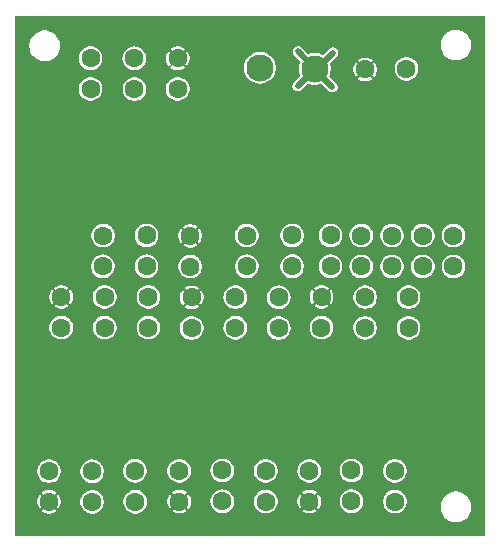
<source format=gbr>
%TF.GenerationSoftware,KiCad,Pcbnew,9.0.0*%
%TF.CreationDate,2025-03-10T21:20:54+01:00*%
%TF.ProjectId,connecteur,636f6e6e-6563-4746-9575-722e6b696361,rev?*%
%TF.SameCoordinates,Original*%
%TF.FileFunction,Copper,L3,Inr*%
%TF.FilePolarity,Positive*%
%FSLAX46Y46*%
G04 Gerber Fmt 4.6, Leading zero omitted, Abs format (unit mm)*
G04 Created by KiCad (PCBNEW 9.0.0) date 2025-03-10 21:20:54*
%MOMM*%
%LPD*%
G01*
G04 APERTURE LIST*
%TA.AperFunction,ComponentPad*%
%ADD10C,1.600000*%
%TD*%
%TA.AperFunction,ComponentPad*%
%ADD11C,2.300000*%
%TD*%
%TA.AperFunction,Conductor*%
%ADD12C,0.500000*%
%TD*%
G04 APERTURE END LIST*
D10*
%TO.N,ENC2_S2*%
%TO.C,J8*%
X176950000Y-103620000D03*
%TD*%
%TO.N,M4_2*%
%TO.C,J25*%
X169640000Y-103630000D03*
%TD*%
%TO.N,GND*%
%TO.C,J74*%
X176630000Y-101020000D03*
%TD*%
%TO.N,ENC1_S2*%
%TO.C,J3*%
X175800000Y-118290000D03*
%TD*%
%TO.N,M2_2*%
%TO.C,J9*%
X180640000Y-103620000D03*
%TD*%
%TO.N,ENC5_S2*%
%TO.C,J36*%
X157420000Y-86010000D03*
%TD*%
%TO.N,M6_2*%
%TO.C,J49*%
X154770000Y-98410000D03*
%TD*%
%TO.N,M1_1*%
%TO.C,J1*%
X179480000Y-120940000D03*
%TD*%
%TO.N,GND*%
%TO.C,J7*%
X184430000Y-101020000D03*
%TD*%
D11*
%TO.N,/+12V*%
%TO.C,J27*%
X168050000Y-84200000D03*
%TD*%
D10*
%TO.N,/MOSI_CON*%
%TO.C,J41*%
X170770000Y-98400000D03*
%TD*%
%TO.N,GND*%
%TO.C,J34*%
X174030000Y-101010000D03*
%TD*%
%TO.N,GND*%
%TO.C,J73*%
X154760000Y-101010000D03*
%TD*%
%TO.N,M8_1*%
%TO.C,J68*%
X151220000Y-106210000D03*
%TD*%
%TO.N,M3_2*%
%TO.C,J17*%
X161210000Y-118340000D03*
%TD*%
D11*
%TO.N,GND*%
%TO.C,J50*%
X172700000Y-84300000D03*
%TD*%
D10*
%TO.N,+5V*%
%TO.C,J23*%
X176950000Y-84350000D03*
%TD*%
%TO.N,M5_1*%
%TO.C,J40*%
X153710000Y-83390000D03*
%TD*%
%TO.N,GND*%
%TO.C,J65*%
X179230000Y-101020000D03*
%TD*%
%TO.N,+5V*%
%TO.C,J63*%
X151220000Y-103610000D03*
%TD*%
%TO.N,/MISO_CON*%
%TO.C,J42*%
X170770000Y-101000000D03*
%TD*%
%TO.N,GND*%
%TO.C,J76*%
X181830000Y-101020000D03*
%TD*%
%TO.N,ENC8_S1*%
%TO.C,J69*%
X154910000Y-106210000D03*
%TD*%
%TO.N,FSR2*%
%TO.C,J46*%
X176630000Y-98410000D03*
%TD*%
%TO.N,M1_2*%
%TO.C,J5*%
X172230000Y-118340000D03*
%TD*%
%TO.N,+5V*%
%TO.C,J14*%
X161100000Y-83400000D03*
%TD*%
%TO.N,GND*%
%TO.C,J60*%
X168550000Y-118340000D03*
%TD*%
%TO.N,+5V*%
%TO.C,J6*%
X162280000Y-103640000D03*
%TD*%
%TO.N,M6_1*%
%TO.C,J51*%
X162140000Y-101040000D03*
%TD*%
%TO.N,GND*%
%TO.C,J77*%
X180450000Y-84300000D03*
%TD*%
%TO.N,FSR5*%
%TO.C,J75*%
X184430000Y-98420000D03*
%TD*%
%TO.N,GND*%
%TO.C,J2*%
X169640000Y-106240000D03*
%TD*%
%TO.N,+5V*%
%TO.C,J53*%
X162140000Y-98440000D03*
%TD*%
%TO.N,ENC7_S2*%
%TO.C,J58*%
X153840000Y-118360000D03*
%TD*%
%TO.N,GND*%
%TO.C,J47*%
X157470000Y-118330000D03*
%TD*%
%TO.N,ENC4_S1*%
%TO.C,J29*%
X165960000Y-106220000D03*
%TD*%
%TO.N,ENC2_S1*%
%TO.C,J12*%
X176950000Y-106230000D03*
%TD*%
%TO.N,/NSS_CON*%
%TO.C,J38*%
X166950000Y-101010000D03*
%TD*%
%TO.N,M5_2*%
%TO.C,J39*%
X161100000Y-86000000D03*
%TD*%
%TO.N,M7_2*%
%TO.C,J59*%
X150190000Y-118350000D03*
%TD*%
%TO.N,ENC6_S1*%
%TO.C,J52*%
X158460000Y-101010000D03*
%TD*%
%TO.N,/SCK_CON*%
%TO.C,J37*%
X166940000Y-98410000D03*
%TD*%
%TO.N,ENC6_S2*%
%TO.C,J48*%
X158460000Y-98400000D03*
%TD*%
%TO.N,ENC5_S1*%
%TO.C,J43*%
X157410000Y-83400000D03*
%TD*%
%TO.N,GND*%
%TO.C,J21*%
X179480000Y-118340000D03*
%TD*%
%TO.N,FSR3*%
%TO.C,J55*%
X179230000Y-98420000D03*
%TD*%
%TO.N,M7_1*%
%TO.C,J61*%
X157490000Y-120950000D03*
%TD*%
%TO.N,ENC4_S2*%
%TO.C,J22*%
X165960000Y-103620000D03*
%TD*%
%TO.N,+5V*%
%TO.C,J44*%
X150190000Y-120950000D03*
%TD*%
%TO.N,M3_1*%
%TO.C,J18*%
X168550000Y-120940000D03*
%TD*%
%TO.N,+5V*%
%TO.C,J30*%
X161210000Y-120940000D03*
%TD*%
%TO.N,GND*%
%TO.C,J45*%
X180640000Y-106230000D03*
%TD*%
%TO.N,GND*%
%TO.C,J56*%
X158600000Y-106210000D03*
%TD*%
%TO.N,FSR1*%
%TO.C,J72*%
X174030000Y-98400000D03*
%TD*%
%TO.N,+5V*%
%TO.C,J70*%
X172230000Y-120940000D03*
%TD*%
%TO.N,GND*%
%TO.C,J15*%
X153720000Y-86000000D03*
%TD*%
%TO.N,ENC8_S2*%
%TO.C,J66*%
X154910000Y-103610000D03*
%TD*%
%TO.N,ENC7_S1*%
%TO.C,J62*%
X153840000Y-120960000D03*
%TD*%
%TO.N,ENC3_S1*%
%TO.C,J19*%
X164860000Y-120910000D03*
%TD*%
%TO.N,ENC1_S1*%
%TO.C,J4*%
X175800000Y-120900000D03*
%TD*%
%TO.N,M2_1*%
%TO.C,J11*%
X173260000Y-106210000D03*
%TD*%
%TO.N,ENC3_S2*%
%TO.C,J16*%
X164860000Y-118300000D03*
%TD*%
%TO.N,M4_1*%
%TO.C,J26*%
X162280000Y-106240000D03*
%TD*%
%TO.N,FSR4*%
%TO.C,J64*%
X181830000Y-98420000D03*
%TD*%
%TO.N,M8_2*%
%TO.C,J67*%
X158600000Y-103610000D03*
%TD*%
%TO.N,+5V*%
%TO.C,J20*%
X173270000Y-103610000D03*
%TD*%
D12*
%TO.N,GND*%
X172725000Y-84375000D02*
X174175000Y-85825000D01*
X174225000Y-82925000D02*
X172775000Y-84375000D01*
X172700000Y-84300000D02*
X171250000Y-85750000D01*
X171275000Y-82825000D02*
X172725000Y-84275000D01*
%TD*%
%TA.AperFunction,Conductor*%
%TO.N,+5V*%
G36*
X187077826Y-79862174D02*
G01*
X187099500Y-79914500D01*
X187099500Y-123765500D01*
X187077826Y-123817826D01*
X187025500Y-123839500D01*
X147374500Y-123839500D01*
X147322174Y-123817826D01*
X147300500Y-123765500D01*
X147300500Y-120851509D01*
X149190000Y-120851509D01*
X149190000Y-121048490D01*
X149228427Y-121241682D01*
X149228430Y-121241693D01*
X149303808Y-121423673D01*
X149412394Y-121586183D01*
X149772210Y-121226366D01*
X149789901Y-121257007D01*
X149882993Y-121350099D01*
X149913631Y-121367788D01*
X149553815Y-121727604D01*
X149553815Y-121727605D01*
X149716324Y-121836190D01*
X149898306Y-121911569D01*
X149898317Y-121911572D01*
X150091510Y-121950000D01*
X150288490Y-121950000D01*
X150481682Y-121911572D01*
X150481693Y-121911569D01*
X150663675Y-121836190D01*
X150826183Y-121727605D01*
X150826183Y-121727604D01*
X150466367Y-121367788D01*
X150497007Y-121350099D01*
X150590099Y-121257007D01*
X150607788Y-121226367D01*
X150967604Y-121586183D01*
X150967605Y-121586183D01*
X151076190Y-121423675D01*
X151151569Y-121241693D01*
X151151572Y-121241682D01*
X151190000Y-121048490D01*
X151190000Y-120861459D01*
X152839500Y-120861459D01*
X152839500Y-121058541D01*
X152852200Y-121122388D01*
X152877947Y-121251829D01*
X152877950Y-121251839D01*
X152953367Y-121433913D01*
X153062860Y-121597781D01*
X153202218Y-121737139D01*
X153366086Y-121846632D01*
X153499875Y-121902049D01*
X153548165Y-121922051D01*
X153741459Y-121960500D01*
X153741461Y-121960500D01*
X153938539Y-121960500D01*
X153938541Y-121960500D01*
X154131835Y-121922051D01*
X154313914Y-121846632D01*
X154477782Y-121737139D01*
X154617139Y-121597782D01*
X154726632Y-121433914D01*
X154802051Y-121251835D01*
X154840500Y-121058541D01*
X154840500Y-120861459D01*
X154838511Y-120851459D01*
X156489500Y-120851459D01*
X156489500Y-121048541D01*
X156502200Y-121112388D01*
X156527947Y-121241829D01*
X156527950Y-121241839D01*
X156603367Y-121423913D01*
X156712860Y-121587781D01*
X156852218Y-121727139D01*
X157016086Y-121836632D01*
X157197008Y-121911572D01*
X157198165Y-121912051D01*
X157391459Y-121950500D01*
X157391461Y-121950500D01*
X157588539Y-121950500D01*
X157588541Y-121950500D01*
X157781835Y-121912051D01*
X157963914Y-121836632D01*
X158127782Y-121727139D01*
X158267139Y-121587782D01*
X158376632Y-121423914D01*
X158452051Y-121241835D01*
X158490500Y-121048541D01*
X158490500Y-120851459D01*
X158488521Y-120841509D01*
X160210000Y-120841509D01*
X160210000Y-121038490D01*
X160248427Y-121231682D01*
X160248430Y-121231693D01*
X160323808Y-121413673D01*
X160432394Y-121576183D01*
X160792210Y-121216366D01*
X160809901Y-121247007D01*
X160902993Y-121340099D01*
X160933631Y-121357788D01*
X160573815Y-121717604D01*
X160573815Y-121717605D01*
X160736324Y-121826190D01*
X160918306Y-121901569D01*
X160918317Y-121901572D01*
X161111510Y-121940000D01*
X161308490Y-121940000D01*
X161501682Y-121901572D01*
X161501693Y-121901569D01*
X161683675Y-121826190D01*
X161846183Y-121717605D01*
X161846183Y-121717604D01*
X161486367Y-121357788D01*
X161517007Y-121340099D01*
X161610099Y-121247007D01*
X161627788Y-121216367D01*
X161987604Y-121576183D01*
X161987605Y-121576183D01*
X162096190Y-121413675D01*
X162171569Y-121231693D01*
X162171572Y-121231682D01*
X162210000Y-121038490D01*
X162210000Y-120841510D01*
X162206171Y-120822261D01*
X162206171Y-120822260D01*
X162204023Y-120811459D01*
X163859500Y-120811459D01*
X163859500Y-121008541D01*
X163867456Y-121048539D01*
X163897947Y-121201829D01*
X163897950Y-121201839D01*
X163973367Y-121383913D01*
X164076179Y-121537781D01*
X164082861Y-121547782D01*
X164222218Y-121687139D01*
X164386086Y-121796632D01*
X164568165Y-121872051D01*
X164761459Y-121910500D01*
X164761461Y-121910500D01*
X164958539Y-121910500D01*
X164958541Y-121910500D01*
X165151835Y-121872051D01*
X165333914Y-121796632D01*
X165497782Y-121687139D01*
X165637139Y-121547782D01*
X165746632Y-121383914D01*
X165822051Y-121201835D01*
X165860500Y-121008541D01*
X165860500Y-120841459D01*
X167549500Y-120841459D01*
X167549500Y-121038541D01*
X167560019Y-121091421D01*
X167587947Y-121231829D01*
X167587950Y-121231839D01*
X167663367Y-121413913D01*
X167772860Y-121577781D01*
X167912218Y-121717139D01*
X168076086Y-121826632D01*
X168257008Y-121901572D01*
X168258165Y-121902051D01*
X168451459Y-121940500D01*
X168451461Y-121940500D01*
X168648539Y-121940500D01*
X168648541Y-121940500D01*
X168841835Y-121902051D01*
X169023914Y-121826632D01*
X169187782Y-121717139D01*
X169327139Y-121577782D01*
X169436632Y-121413914D01*
X169512051Y-121231835D01*
X169550500Y-121038541D01*
X169550500Y-120841509D01*
X171230000Y-120841509D01*
X171230000Y-121038490D01*
X171268427Y-121231682D01*
X171268430Y-121231693D01*
X171343808Y-121413673D01*
X171452394Y-121576183D01*
X171812210Y-121216366D01*
X171829901Y-121247007D01*
X171922993Y-121340099D01*
X171953631Y-121357788D01*
X171593815Y-121717604D01*
X171593815Y-121717605D01*
X171756324Y-121826190D01*
X171938306Y-121901569D01*
X171938317Y-121901572D01*
X172131510Y-121940000D01*
X172328490Y-121940000D01*
X172521682Y-121901572D01*
X172521693Y-121901569D01*
X172703675Y-121826190D01*
X172866183Y-121717605D01*
X172866183Y-121717604D01*
X172506367Y-121357788D01*
X172537007Y-121340099D01*
X172630099Y-121247007D01*
X172647788Y-121216367D01*
X173007604Y-121576183D01*
X173007605Y-121576183D01*
X173116190Y-121413675D01*
X173191569Y-121231693D01*
X173191572Y-121231682D01*
X173230000Y-121038490D01*
X173230000Y-120841509D01*
X173224182Y-120812260D01*
X173222034Y-120801459D01*
X174799500Y-120801459D01*
X174799500Y-120998541D01*
X174811435Y-121058541D01*
X174837947Y-121191829D01*
X174837950Y-121191839D01*
X174913367Y-121373913D01*
X175022860Y-121537781D01*
X175162218Y-121677139D01*
X175326086Y-121786632D01*
X175445730Y-121836190D01*
X175508165Y-121862051D01*
X175701459Y-121900500D01*
X175701461Y-121900500D01*
X175898539Y-121900500D01*
X175898541Y-121900500D01*
X176091835Y-121862051D01*
X176273914Y-121786632D01*
X176437782Y-121677139D01*
X176577139Y-121537782D01*
X176686632Y-121373914D01*
X176762051Y-121191835D01*
X176800500Y-120998541D01*
X176800500Y-120841459D01*
X178479500Y-120841459D01*
X178479500Y-121038541D01*
X178490019Y-121091421D01*
X178517947Y-121231829D01*
X178517950Y-121231839D01*
X178593367Y-121413913D01*
X178702860Y-121577781D01*
X178842218Y-121717139D01*
X179006086Y-121826632D01*
X179187008Y-121901572D01*
X179188165Y-121902051D01*
X179381459Y-121940500D01*
X179381461Y-121940500D01*
X179578539Y-121940500D01*
X179578541Y-121940500D01*
X179771835Y-121902051D01*
X179953914Y-121826632D01*
X180117782Y-121717139D01*
X180257139Y-121577782D01*
X180366632Y-121413914D01*
X180423075Y-121277646D01*
X183349500Y-121277646D01*
X183349500Y-121482353D01*
X183381522Y-121684531D01*
X183381525Y-121684544D01*
X183444777Y-121879213D01*
X183537712Y-122061610D01*
X183611406Y-122163040D01*
X183658034Y-122227219D01*
X183802781Y-122371966D01*
X183894695Y-122438745D01*
X183968389Y-122492287D01*
X184056300Y-122537079D01*
X184150781Y-122585220D01*
X184150783Y-122585220D01*
X184150786Y-122585222D01*
X184345455Y-122648474D01*
X184345461Y-122648475D01*
X184345466Y-122648477D01*
X184446557Y-122664488D01*
X184547646Y-122680500D01*
X184547648Y-122680500D01*
X184752354Y-122680500D01*
X184833224Y-122667690D01*
X184954534Y-122648477D01*
X184954541Y-122648474D01*
X184954544Y-122648474D01*
X185149213Y-122585222D01*
X185149213Y-122585221D01*
X185149219Y-122585220D01*
X185331610Y-122492287D01*
X185497219Y-122371966D01*
X185641966Y-122227219D01*
X185762287Y-122061610D01*
X185855220Y-121879219D01*
X185901385Y-121737138D01*
X185918474Y-121684544D01*
X185918474Y-121684541D01*
X185918477Y-121684534D01*
X185950500Y-121482352D01*
X185950500Y-121277648D01*
X185944828Y-121241839D01*
X185929172Y-121142993D01*
X185918477Y-121075466D01*
X185918475Y-121075461D01*
X185918474Y-121075455D01*
X185855222Y-120880786D01*
X185855220Y-120880783D01*
X185855220Y-120880781D01*
X185787059Y-120747007D01*
X185762287Y-120698389D01*
X185696735Y-120608165D01*
X185641966Y-120532781D01*
X185497219Y-120388034D01*
X185433040Y-120341406D01*
X185331610Y-120267712D01*
X185149213Y-120174777D01*
X184954544Y-120111525D01*
X184954531Y-120111522D01*
X184752354Y-120079500D01*
X184752352Y-120079500D01*
X184547648Y-120079500D01*
X184547646Y-120079500D01*
X184345468Y-120111522D01*
X184345455Y-120111525D01*
X184150786Y-120174777D01*
X183968389Y-120267712D01*
X183802785Y-120388031D01*
X183802781Y-120388034D01*
X183658034Y-120532781D01*
X183658031Y-120532784D01*
X183658031Y-120532785D01*
X183537712Y-120698389D01*
X183444777Y-120880786D01*
X183381525Y-121075455D01*
X183381522Y-121075468D01*
X183349500Y-121277646D01*
X180423075Y-121277646D01*
X180424096Y-121275182D01*
X180436009Y-121246422D01*
X180442049Y-121231839D01*
X180442051Y-121231835D01*
X180480500Y-121038541D01*
X180480500Y-120841459D01*
X180442051Y-120648165D01*
X180366632Y-120466086D01*
X180257139Y-120302218D01*
X180117782Y-120162861D01*
X180117084Y-120162394D01*
X179953913Y-120053367D01*
X179771839Y-119977950D01*
X179771829Y-119977947D01*
X179631327Y-119950000D01*
X179578541Y-119939500D01*
X179381459Y-119939500D01*
X179331186Y-119949500D01*
X179188170Y-119977947D01*
X179188160Y-119977950D01*
X179006086Y-120053367D01*
X178842218Y-120162860D01*
X178842217Y-120162862D01*
X178702862Y-120302217D01*
X178702860Y-120302218D01*
X178593367Y-120466086D01*
X178517950Y-120648160D01*
X178517947Y-120648170D01*
X178488030Y-120798578D01*
X178479500Y-120841459D01*
X176800500Y-120841459D01*
X176800500Y-120801459D01*
X176762051Y-120608165D01*
X176686632Y-120426086D01*
X176577139Y-120262218D01*
X176437782Y-120122861D01*
X176420817Y-120111525D01*
X176273913Y-120013367D01*
X176091839Y-119937950D01*
X176091829Y-119937947D01*
X175962388Y-119912200D01*
X175898541Y-119899500D01*
X175701459Y-119899500D01*
X175651186Y-119909500D01*
X175508170Y-119937947D01*
X175508160Y-119937950D01*
X175326086Y-120013367D01*
X175162218Y-120122860D01*
X175162217Y-120122862D01*
X175022862Y-120262217D01*
X175022860Y-120262218D01*
X174913367Y-120426086D01*
X174837950Y-120608160D01*
X174837947Y-120608170D01*
X174810331Y-120747007D01*
X174799500Y-120801459D01*
X173222034Y-120801459D01*
X173191572Y-120648317D01*
X173191569Y-120648306D01*
X173116190Y-120466324D01*
X173007604Y-120303815D01*
X172647788Y-120663631D01*
X172630099Y-120632993D01*
X172537007Y-120539901D01*
X172506366Y-120522210D01*
X172866183Y-120162394D01*
X172703672Y-120053808D01*
X172703673Y-120053808D01*
X172521693Y-119978430D01*
X172521682Y-119978427D01*
X172328490Y-119940000D01*
X172131510Y-119940000D01*
X171938317Y-119978427D01*
X171938306Y-119978430D01*
X171756322Y-120053810D01*
X171593815Y-120162394D01*
X171953632Y-120522211D01*
X171922993Y-120539901D01*
X171829901Y-120632993D01*
X171812211Y-120663632D01*
X171452394Y-120303815D01*
X171343810Y-120466322D01*
X171268430Y-120648306D01*
X171268427Y-120648317D01*
X171230000Y-120841509D01*
X169550500Y-120841509D01*
X169550500Y-120841459D01*
X169512051Y-120648165D01*
X169436632Y-120466086D01*
X169327139Y-120302218D01*
X169187782Y-120162861D01*
X169187084Y-120162394D01*
X169023913Y-120053367D01*
X168841839Y-119977950D01*
X168841829Y-119977947D01*
X168701327Y-119950000D01*
X168648541Y-119939500D01*
X168451459Y-119939500D01*
X168401186Y-119949500D01*
X168258170Y-119977947D01*
X168258160Y-119977950D01*
X168076086Y-120053367D01*
X167912218Y-120162860D01*
X167912217Y-120162862D01*
X167772862Y-120302217D01*
X167772860Y-120302218D01*
X167663367Y-120466086D01*
X167587950Y-120648160D01*
X167587947Y-120648170D01*
X167558030Y-120798578D01*
X167549500Y-120841459D01*
X165860500Y-120841459D01*
X165860500Y-120811459D01*
X165822051Y-120618165D01*
X165746632Y-120436086D01*
X165637139Y-120272218D01*
X165497782Y-120132861D01*
X165482818Y-120122862D01*
X165333913Y-120023367D01*
X165151839Y-119947950D01*
X165151829Y-119947947D01*
X165022388Y-119922200D01*
X164958541Y-119909500D01*
X164761459Y-119909500D01*
X164706662Y-119920399D01*
X164568170Y-119947947D01*
X164568160Y-119947950D01*
X164386086Y-120023367D01*
X164222218Y-120132860D01*
X164222217Y-120132862D01*
X164082862Y-120272217D01*
X164082860Y-120272218D01*
X163973367Y-120436086D01*
X163897950Y-120618160D01*
X163897947Y-120618170D01*
X163888004Y-120668160D01*
X163859500Y-120811459D01*
X162204023Y-120811459D01*
X162171572Y-120648317D01*
X162171569Y-120648306D01*
X162096190Y-120466324D01*
X161987604Y-120303815D01*
X161627788Y-120663631D01*
X161610099Y-120632993D01*
X161517007Y-120539901D01*
X161486366Y-120522210D01*
X161846183Y-120162394D01*
X161683672Y-120053808D01*
X161683673Y-120053808D01*
X161501693Y-119978430D01*
X161501682Y-119978427D01*
X161308490Y-119940000D01*
X161111510Y-119940000D01*
X160918317Y-119978427D01*
X160918306Y-119978430D01*
X160736322Y-120053810D01*
X160573815Y-120162394D01*
X160933632Y-120522211D01*
X160902993Y-120539901D01*
X160809901Y-120632993D01*
X160792211Y-120663632D01*
X160432394Y-120303815D01*
X160323810Y-120466322D01*
X160248430Y-120648306D01*
X160248427Y-120648317D01*
X160210000Y-120841509D01*
X158488521Y-120841509D01*
X158452051Y-120658165D01*
X158441624Y-120632993D01*
X158376632Y-120476086D01*
X158267139Y-120312218D01*
X158127781Y-120172860D01*
X157963913Y-120063367D01*
X157781839Y-119987950D01*
X157781829Y-119987947D01*
X157652388Y-119962200D01*
X157588541Y-119949500D01*
X157391459Y-119949500D01*
X157341186Y-119959500D01*
X157198170Y-119987947D01*
X157198160Y-119987950D01*
X157016086Y-120063367D01*
X156852218Y-120172860D01*
X156852217Y-120172862D01*
X156712862Y-120312217D01*
X156712860Y-120312218D01*
X156603367Y-120476086D01*
X156527950Y-120658160D01*
X156527947Y-120658170D01*
X156498030Y-120808578D01*
X156489500Y-120851459D01*
X154838511Y-120851459D01*
X154802051Y-120668165D01*
X154791624Y-120642993D01*
X154726632Y-120486086D01*
X154617139Y-120322218D01*
X154477781Y-120182860D01*
X154313913Y-120073367D01*
X154131839Y-119997950D01*
X154131829Y-119997947D01*
X154002388Y-119972200D01*
X153938541Y-119959500D01*
X153741459Y-119959500D01*
X153686662Y-119970399D01*
X153548170Y-119997947D01*
X153548160Y-119997950D01*
X153366086Y-120073367D01*
X153202218Y-120182860D01*
X153202217Y-120182862D01*
X153062862Y-120322217D01*
X153062860Y-120322218D01*
X152953367Y-120486086D01*
X152877950Y-120668160D01*
X152877947Y-120668170D01*
X152849286Y-120812260D01*
X152839500Y-120861459D01*
X151190000Y-120861459D01*
X151190000Y-120851509D01*
X151151572Y-120658317D01*
X151151569Y-120658306D01*
X151076190Y-120476324D01*
X150967604Y-120313815D01*
X150607788Y-120673631D01*
X150590099Y-120642993D01*
X150497007Y-120549901D01*
X150466366Y-120532210D01*
X150826183Y-120172394D01*
X150663672Y-120063808D01*
X150663673Y-120063808D01*
X150481693Y-119988430D01*
X150481682Y-119988427D01*
X150288490Y-119950000D01*
X150091510Y-119950000D01*
X149898317Y-119988427D01*
X149898306Y-119988430D01*
X149716322Y-120063810D01*
X149553815Y-120172394D01*
X149913632Y-120532211D01*
X149882993Y-120549901D01*
X149789901Y-120642993D01*
X149772211Y-120673632D01*
X149412394Y-120313815D01*
X149303810Y-120476322D01*
X149228430Y-120658306D01*
X149228427Y-120658317D01*
X149190000Y-120851509D01*
X147300500Y-120851509D01*
X147300500Y-118251460D01*
X149189500Y-118251460D01*
X149189500Y-118448539D01*
X149227947Y-118641829D01*
X149227950Y-118641839D01*
X149303367Y-118823913D01*
X149412860Y-118987781D01*
X149552218Y-119127139D01*
X149716086Y-119236632D01*
X149849875Y-119292049D01*
X149898165Y-119312051D01*
X150091459Y-119350500D01*
X150091461Y-119350500D01*
X150288539Y-119350500D01*
X150288541Y-119350500D01*
X150481835Y-119312051D01*
X150663914Y-119236632D01*
X150827782Y-119127139D01*
X150967139Y-118987782D01*
X151076632Y-118823914D01*
X151152051Y-118641835D01*
X151190500Y-118448541D01*
X151190500Y-118261460D01*
X152839500Y-118261460D01*
X152839500Y-118458539D01*
X152877947Y-118651829D01*
X152877950Y-118651839D01*
X152953367Y-118833913D01*
X153062860Y-118997781D01*
X153202218Y-119137139D01*
X153366086Y-119246632D01*
X153499875Y-119302049D01*
X153548165Y-119322051D01*
X153741459Y-119360500D01*
X153741461Y-119360500D01*
X153938539Y-119360500D01*
X153938541Y-119360500D01*
X154131835Y-119322051D01*
X154313914Y-119246632D01*
X154477782Y-119137139D01*
X154617139Y-118997782D01*
X154726632Y-118833914D01*
X154802051Y-118651835D01*
X154840500Y-118458541D01*
X154840500Y-118261459D01*
X154834533Y-118231459D01*
X156469500Y-118231459D01*
X156469500Y-118428541D01*
X156482200Y-118492388D01*
X156507947Y-118621829D01*
X156507950Y-118621839D01*
X156583367Y-118803913D01*
X156692860Y-118967781D01*
X156832218Y-119107139D01*
X156996086Y-119216632D01*
X157174420Y-119290500D01*
X157178165Y-119292051D01*
X157371459Y-119330500D01*
X157371461Y-119330500D01*
X157568539Y-119330500D01*
X157568541Y-119330500D01*
X157761835Y-119292051D01*
X157943914Y-119216632D01*
X158107782Y-119107139D01*
X158247139Y-118967782D01*
X158356632Y-118803914D01*
X158432051Y-118621835D01*
X158470500Y-118428541D01*
X158470500Y-118241459D01*
X160209500Y-118241459D01*
X160209500Y-118438541D01*
X160222200Y-118502388D01*
X160247947Y-118631829D01*
X160247950Y-118631839D01*
X160323367Y-118813913D01*
X160432860Y-118977781D01*
X160572218Y-119117139D01*
X160736086Y-119226632D01*
X160914420Y-119300500D01*
X160918165Y-119302051D01*
X161111459Y-119340500D01*
X161111461Y-119340500D01*
X161308539Y-119340500D01*
X161308541Y-119340500D01*
X161501835Y-119302051D01*
X161683914Y-119226632D01*
X161847782Y-119117139D01*
X161987139Y-118977782D01*
X162096632Y-118813914D01*
X162172051Y-118631835D01*
X162210500Y-118438541D01*
X162210500Y-118241459D01*
X162202543Y-118201459D01*
X163859500Y-118201459D01*
X163859500Y-118398541D01*
X163871435Y-118458541D01*
X163897947Y-118591829D01*
X163897950Y-118591839D01*
X163973367Y-118773913D01*
X164076179Y-118927781D01*
X164082861Y-118937782D01*
X164222218Y-119077139D01*
X164386086Y-119186632D01*
X164568165Y-119262051D01*
X164761459Y-119300500D01*
X164761461Y-119300500D01*
X164958539Y-119300500D01*
X164958541Y-119300500D01*
X165151835Y-119262051D01*
X165333914Y-119186632D01*
X165497782Y-119077139D01*
X165637139Y-118937782D01*
X165746632Y-118773914D01*
X165822051Y-118591835D01*
X165860500Y-118398541D01*
X165860500Y-118241459D01*
X167549500Y-118241459D01*
X167549500Y-118438541D01*
X167562200Y-118502388D01*
X167587947Y-118631829D01*
X167587950Y-118631839D01*
X167663367Y-118813913D01*
X167772860Y-118977781D01*
X167912218Y-119117139D01*
X168076086Y-119226632D01*
X168254420Y-119300500D01*
X168258165Y-119302051D01*
X168451459Y-119340500D01*
X168451461Y-119340500D01*
X168648539Y-119340500D01*
X168648541Y-119340500D01*
X168841835Y-119302051D01*
X169023914Y-119226632D01*
X169187782Y-119117139D01*
X169327139Y-118977782D01*
X169436632Y-118813914D01*
X169512051Y-118631835D01*
X169550500Y-118438541D01*
X169550500Y-118241459D01*
X171229500Y-118241459D01*
X171229500Y-118438541D01*
X171242200Y-118502388D01*
X171267947Y-118631829D01*
X171267950Y-118631839D01*
X171343367Y-118813913D01*
X171452860Y-118977781D01*
X171592218Y-119117139D01*
X171756086Y-119226632D01*
X171934420Y-119300500D01*
X171938165Y-119302051D01*
X172131459Y-119340500D01*
X172131461Y-119340500D01*
X172328539Y-119340500D01*
X172328541Y-119340500D01*
X172521835Y-119302051D01*
X172703914Y-119226632D01*
X172867782Y-119117139D01*
X173007139Y-118977782D01*
X173116632Y-118813914D01*
X173192051Y-118631835D01*
X173230500Y-118438541D01*
X173230500Y-118241459D01*
X173222543Y-118201459D01*
X173220554Y-118191459D01*
X174799500Y-118191459D01*
X174799500Y-118388541D01*
X174811435Y-118448541D01*
X174837947Y-118581829D01*
X174837950Y-118581839D01*
X174913367Y-118763913D01*
X174960140Y-118833913D01*
X175022861Y-118927782D01*
X175162218Y-119067139D01*
X175326086Y-119176632D01*
X175508165Y-119252051D01*
X175701459Y-119290500D01*
X175701461Y-119290500D01*
X175898539Y-119290500D01*
X175898541Y-119290500D01*
X176091835Y-119252051D01*
X176273914Y-119176632D01*
X176437782Y-119067139D01*
X176577139Y-118927782D01*
X176686632Y-118763914D01*
X176762051Y-118581835D01*
X176800500Y-118388541D01*
X176800500Y-118241459D01*
X178479500Y-118241459D01*
X178479500Y-118438541D01*
X178492200Y-118502388D01*
X178517947Y-118631829D01*
X178517950Y-118631839D01*
X178593367Y-118813913D01*
X178702860Y-118977781D01*
X178842218Y-119117139D01*
X179006086Y-119226632D01*
X179184420Y-119300500D01*
X179188165Y-119302051D01*
X179381459Y-119340500D01*
X179381461Y-119340500D01*
X179578539Y-119340500D01*
X179578541Y-119340500D01*
X179771835Y-119302051D01*
X179953914Y-119226632D01*
X180117782Y-119117139D01*
X180257139Y-118977782D01*
X180366632Y-118813914D01*
X180442051Y-118631835D01*
X180480500Y-118438541D01*
X180480500Y-118241459D01*
X180442051Y-118048165D01*
X180421340Y-117998165D01*
X180366632Y-117866086D01*
X180257139Y-117702218D01*
X180117781Y-117562860D01*
X179953913Y-117453367D01*
X179771839Y-117377950D01*
X179771829Y-117377947D01*
X179642388Y-117352200D01*
X179578541Y-117339500D01*
X179381459Y-117339500D01*
X179331186Y-117349500D01*
X179188170Y-117377947D01*
X179188160Y-117377950D01*
X179006086Y-117453367D01*
X178842218Y-117562860D01*
X178842217Y-117562862D01*
X178702862Y-117702217D01*
X178702860Y-117702218D01*
X178593367Y-117866086D01*
X178517950Y-118048160D01*
X178517947Y-118048170D01*
X178487457Y-118201459D01*
X178479500Y-118241459D01*
X176800500Y-118241459D01*
X176800500Y-118191459D01*
X176762051Y-117998165D01*
X176686632Y-117816086D01*
X176577139Y-117652218D01*
X176437782Y-117512861D01*
X176378677Y-117473368D01*
X176273913Y-117403367D01*
X176091839Y-117327950D01*
X176091829Y-117327947D01*
X175962388Y-117302200D01*
X175898541Y-117289500D01*
X175701459Y-117289500D01*
X175651186Y-117299500D01*
X175508170Y-117327947D01*
X175508160Y-117327950D01*
X175326086Y-117403367D01*
X175162218Y-117512860D01*
X175162217Y-117512862D01*
X175022862Y-117652217D01*
X175022860Y-117652218D01*
X174913367Y-117816086D01*
X174837950Y-117998160D01*
X174837947Y-117998170D01*
X174805850Y-118159535D01*
X174799500Y-118191459D01*
X173220554Y-118191459D01*
X173192052Y-118048170D01*
X173192051Y-118048169D01*
X173192051Y-118048165D01*
X173171340Y-117998165D01*
X173116632Y-117866086D01*
X173007139Y-117702218D01*
X172867781Y-117562860D01*
X172703913Y-117453367D01*
X172521839Y-117377950D01*
X172521829Y-117377947D01*
X172392388Y-117352200D01*
X172328541Y-117339500D01*
X172131459Y-117339500D01*
X172081186Y-117349500D01*
X171938170Y-117377947D01*
X171938160Y-117377950D01*
X171756086Y-117453367D01*
X171592218Y-117562860D01*
X171592217Y-117562862D01*
X171452862Y-117702217D01*
X171452860Y-117702218D01*
X171343367Y-117866086D01*
X171267950Y-118048160D01*
X171267947Y-118048170D01*
X171237457Y-118201459D01*
X171229500Y-118241459D01*
X169550500Y-118241459D01*
X169512051Y-118048165D01*
X169491340Y-117998165D01*
X169436632Y-117866086D01*
X169327139Y-117702218D01*
X169187781Y-117562860D01*
X169023913Y-117453367D01*
X168841839Y-117377950D01*
X168841829Y-117377947D01*
X168712388Y-117352200D01*
X168648541Y-117339500D01*
X168451459Y-117339500D01*
X168401186Y-117349500D01*
X168258170Y-117377947D01*
X168258160Y-117377950D01*
X168076086Y-117453367D01*
X167912218Y-117562860D01*
X167912217Y-117562862D01*
X167772862Y-117702217D01*
X167772860Y-117702218D01*
X167663367Y-117866086D01*
X167587950Y-118048160D01*
X167587947Y-118048170D01*
X167557457Y-118201459D01*
X167549500Y-118241459D01*
X165860500Y-118241459D01*
X165860500Y-118201459D01*
X165822051Y-118008165D01*
X165746632Y-117826086D01*
X165637139Y-117662218D01*
X165497782Y-117522861D01*
X165482818Y-117512862D01*
X165333913Y-117413367D01*
X165151839Y-117337950D01*
X165151829Y-117337947D01*
X165022388Y-117312200D01*
X164958541Y-117299500D01*
X164761459Y-117299500D01*
X164706662Y-117310399D01*
X164568170Y-117337947D01*
X164568160Y-117337950D01*
X164386086Y-117413367D01*
X164222218Y-117522860D01*
X164222217Y-117522862D01*
X164082862Y-117662217D01*
X164082860Y-117662218D01*
X163973367Y-117826086D01*
X163897950Y-118008160D01*
X163897947Y-118008170D01*
X163865850Y-118169535D01*
X163859500Y-118201459D01*
X162202543Y-118201459D01*
X162172052Y-118048170D01*
X162172051Y-118048169D01*
X162172051Y-118048165D01*
X162151340Y-117998165D01*
X162096632Y-117866086D01*
X161987139Y-117702218D01*
X161847781Y-117562860D01*
X161683913Y-117453367D01*
X161501839Y-117377950D01*
X161501829Y-117377947D01*
X161372388Y-117352200D01*
X161308541Y-117339500D01*
X161111459Y-117339500D01*
X161061186Y-117349500D01*
X160918170Y-117377947D01*
X160918160Y-117377950D01*
X160736086Y-117453367D01*
X160572218Y-117562860D01*
X160572217Y-117562862D01*
X160432862Y-117702217D01*
X160432860Y-117702218D01*
X160323367Y-117866086D01*
X160247950Y-118048160D01*
X160247947Y-118048170D01*
X160217457Y-118201459D01*
X160209500Y-118241459D01*
X158470500Y-118241459D01*
X158470500Y-118231459D01*
X158432051Y-118038165D01*
X158356632Y-117856086D01*
X158247139Y-117692218D01*
X158107782Y-117552861D01*
X158062886Y-117522862D01*
X157943913Y-117443367D01*
X157761839Y-117367950D01*
X157761829Y-117367947D01*
X157632388Y-117342200D01*
X157568541Y-117329500D01*
X157371459Y-117329500D01*
X157321186Y-117339500D01*
X157178170Y-117367947D01*
X157178160Y-117367950D01*
X156996086Y-117443367D01*
X156832218Y-117552860D01*
X156832217Y-117552862D01*
X156692862Y-117692217D01*
X156692860Y-117692218D01*
X156583367Y-117856086D01*
X156507950Y-118038160D01*
X156507947Y-118038170D01*
X156477457Y-118191459D01*
X156469500Y-118231459D01*
X154834533Y-118231459D01*
X154802051Y-118068165D01*
X154726632Y-117886086D01*
X154617139Y-117722218D01*
X154477782Y-117582861D01*
X154462818Y-117572862D01*
X154313913Y-117473367D01*
X154131839Y-117397950D01*
X154131829Y-117397947D01*
X154002388Y-117372200D01*
X153938541Y-117359500D01*
X153741459Y-117359500D01*
X153686662Y-117370399D01*
X153548170Y-117397947D01*
X153548160Y-117397950D01*
X153366086Y-117473367D01*
X153202218Y-117582860D01*
X153202217Y-117582862D01*
X153062862Y-117722217D01*
X153062860Y-117722218D01*
X152953367Y-117886086D01*
X152877950Y-118068160D01*
X152877947Y-118068170D01*
X152839500Y-118261460D01*
X151190500Y-118261460D01*
X151190500Y-118251459D01*
X151152051Y-118058165D01*
X151131340Y-118008165D01*
X151076632Y-117876086D01*
X150967139Y-117712218D01*
X150827781Y-117572860D01*
X150663913Y-117463367D01*
X150481839Y-117387950D01*
X150481829Y-117387947D01*
X150352388Y-117362200D01*
X150288541Y-117349500D01*
X150091459Y-117349500D01*
X150041186Y-117359500D01*
X149898170Y-117387947D01*
X149898160Y-117387950D01*
X149716086Y-117463367D01*
X149552218Y-117572860D01*
X149552217Y-117572862D01*
X149412862Y-117712217D01*
X149412860Y-117712218D01*
X149303367Y-117876086D01*
X149227950Y-118058160D01*
X149227947Y-118058170D01*
X149189500Y-118251460D01*
X147300500Y-118251460D01*
X147300500Y-106111459D01*
X150219500Y-106111459D01*
X150219500Y-106308541D01*
X150232200Y-106372388D01*
X150257947Y-106501829D01*
X150257950Y-106501839D01*
X150333367Y-106683913D01*
X150353413Y-106713913D01*
X150442861Y-106847782D01*
X150582218Y-106987139D01*
X150746086Y-107096632D01*
X150928165Y-107172051D01*
X151121459Y-107210500D01*
X151121461Y-107210500D01*
X151318539Y-107210500D01*
X151318541Y-107210500D01*
X151511835Y-107172051D01*
X151693914Y-107096632D01*
X151857782Y-106987139D01*
X151997139Y-106847782D01*
X152106632Y-106683914D01*
X152182051Y-106501835D01*
X152220500Y-106308541D01*
X152220500Y-106111459D01*
X153909500Y-106111459D01*
X153909500Y-106308541D01*
X153922200Y-106372388D01*
X153947947Y-106501829D01*
X153947950Y-106501839D01*
X154023367Y-106683913D01*
X154043413Y-106713913D01*
X154132861Y-106847782D01*
X154272218Y-106987139D01*
X154436086Y-107096632D01*
X154618165Y-107172051D01*
X154811459Y-107210500D01*
X154811461Y-107210500D01*
X155008539Y-107210500D01*
X155008541Y-107210500D01*
X155201835Y-107172051D01*
X155383914Y-107096632D01*
X155547782Y-106987139D01*
X155687139Y-106847782D01*
X155796632Y-106683914D01*
X155872051Y-106501835D01*
X155910500Y-106308541D01*
X155910500Y-106111459D01*
X157599500Y-106111459D01*
X157599500Y-106308541D01*
X157612200Y-106372388D01*
X157637947Y-106501829D01*
X157637950Y-106501839D01*
X157713367Y-106683913D01*
X157733413Y-106713913D01*
X157822861Y-106847782D01*
X157962218Y-106987139D01*
X158126086Y-107096632D01*
X158308165Y-107172051D01*
X158501459Y-107210500D01*
X158501461Y-107210500D01*
X158698539Y-107210500D01*
X158698541Y-107210500D01*
X158891835Y-107172051D01*
X159073914Y-107096632D01*
X159237782Y-106987139D01*
X159377139Y-106847782D01*
X159486632Y-106683914D01*
X159562051Y-106501835D01*
X159600500Y-106308541D01*
X159600500Y-106141460D01*
X161279500Y-106141460D01*
X161279500Y-106338539D01*
X161317947Y-106531829D01*
X161317950Y-106531839D01*
X161393367Y-106713913D01*
X161502860Y-106877781D01*
X161642218Y-107017139D01*
X161806086Y-107126632D01*
X161939875Y-107182049D01*
X161988165Y-107202051D01*
X162181459Y-107240500D01*
X162181461Y-107240500D01*
X162378539Y-107240500D01*
X162378541Y-107240500D01*
X162571835Y-107202051D01*
X162753914Y-107126632D01*
X162917782Y-107017139D01*
X163057139Y-106877782D01*
X163166632Y-106713914D01*
X163242051Y-106531835D01*
X163280500Y-106338541D01*
X163280500Y-106141459D01*
X163276522Y-106121459D01*
X164959500Y-106121459D01*
X164959500Y-106318541D01*
X164972200Y-106382388D01*
X164997947Y-106511829D01*
X164997950Y-106511839D01*
X165073367Y-106693913D01*
X165176179Y-106847781D01*
X165182861Y-106857782D01*
X165322218Y-106997139D01*
X165486086Y-107106632D01*
X165668165Y-107182051D01*
X165861459Y-107220500D01*
X165861461Y-107220500D01*
X166058539Y-107220500D01*
X166058541Y-107220500D01*
X166251835Y-107182051D01*
X166433914Y-107106632D01*
X166597782Y-106997139D01*
X166737139Y-106857782D01*
X166846632Y-106693914D01*
X166922051Y-106511835D01*
X166960500Y-106318541D01*
X166960500Y-106141460D01*
X168639500Y-106141460D01*
X168639500Y-106338539D01*
X168677947Y-106531829D01*
X168677950Y-106531839D01*
X168753367Y-106713913D01*
X168862860Y-106877781D01*
X169002218Y-107017139D01*
X169166086Y-107126632D01*
X169299875Y-107182049D01*
X169348165Y-107202051D01*
X169541459Y-107240500D01*
X169541461Y-107240500D01*
X169738539Y-107240500D01*
X169738541Y-107240500D01*
X169931835Y-107202051D01*
X170113914Y-107126632D01*
X170277782Y-107017139D01*
X170417139Y-106877782D01*
X170526632Y-106713914D01*
X170602051Y-106531835D01*
X170640500Y-106338541D01*
X170640500Y-106141459D01*
X170634533Y-106111459D01*
X172259500Y-106111459D01*
X172259500Y-106308541D01*
X172272200Y-106372388D01*
X172297947Y-106501829D01*
X172297950Y-106501839D01*
X172373367Y-106683913D01*
X172393413Y-106713913D01*
X172482861Y-106847782D01*
X172622218Y-106987139D01*
X172786086Y-107096632D01*
X172968165Y-107172051D01*
X173161459Y-107210500D01*
X173161461Y-107210500D01*
X173358539Y-107210500D01*
X173358541Y-107210500D01*
X173551835Y-107172051D01*
X173733914Y-107096632D01*
X173897782Y-106987139D01*
X174037139Y-106847782D01*
X174146632Y-106683914D01*
X174222051Y-106501835D01*
X174260500Y-106308541D01*
X174260500Y-106131460D01*
X175949500Y-106131460D01*
X175949500Y-106328539D01*
X175987947Y-106521829D01*
X175987950Y-106521839D01*
X176063367Y-106703913D01*
X176172860Y-106867781D01*
X176312218Y-107007139D01*
X176476086Y-107116632D01*
X176609875Y-107172049D01*
X176658165Y-107192051D01*
X176851459Y-107230500D01*
X176851461Y-107230500D01*
X177048539Y-107230500D01*
X177048541Y-107230500D01*
X177241835Y-107192051D01*
X177423914Y-107116632D01*
X177587782Y-107007139D01*
X177727139Y-106867782D01*
X177836632Y-106703914D01*
X177912051Y-106521835D01*
X177950500Y-106328541D01*
X177950500Y-106131460D01*
X179639500Y-106131460D01*
X179639500Y-106328539D01*
X179677947Y-106521829D01*
X179677950Y-106521839D01*
X179753367Y-106703913D01*
X179862860Y-106867781D01*
X180002218Y-107007139D01*
X180166086Y-107116632D01*
X180299875Y-107172049D01*
X180348165Y-107192051D01*
X180541459Y-107230500D01*
X180541461Y-107230500D01*
X180738539Y-107230500D01*
X180738541Y-107230500D01*
X180931835Y-107192051D01*
X181113914Y-107116632D01*
X181277782Y-107007139D01*
X181417139Y-106867782D01*
X181526632Y-106703914D01*
X181602051Y-106521835D01*
X181640500Y-106328541D01*
X181640500Y-106131459D01*
X181602051Y-105938165D01*
X181526632Y-105756086D01*
X181417139Y-105592218D01*
X181277782Y-105452861D01*
X181262818Y-105442862D01*
X181113913Y-105343367D01*
X180931839Y-105267950D01*
X180931829Y-105267947D01*
X180802388Y-105242200D01*
X180738541Y-105229500D01*
X180541459Y-105229500D01*
X180491186Y-105239500D01*
X180348170Y-105267947D01*
X180348160Y-105267950D01*
X180166086Y-105343367D01*
X180002218Y-105452860D01*
X180002217Y-105452862D01*
X179862862Y-105592217D01*
X179862860Y-105592218D01*
X179753367Y-105756086D01*
X179677950Y-105938160D01*
X179677947Y-105938170D01*
X179639500Y-106131460D01*
X177950500Y-106131460D01*
X177950500Y-106131459D01*
X177912051Y-105938165D01*
X177836632Y-105756086D01*
X177727139Y-105592218D01*
X177587782Y-105452861D01*
X177572818Y-105442862D01*
X177423913Y-105343367D01*
X177241839Y-105267950D01*
X177241829Y-105267947D01*
X177112388Y-105242200D01*
X177048541Y-105229500D01*
X176851459Y-105229500D01*
X176801186Y-105239500D01*
X176658170Y-105267947D01*
X176658160Y-105267950D01*
X176476086Y-105343367D01*
X176312218Y-105452860D01*
X176312217Y-105452862D01*
X176172862Y-105592217D01*
X176172860Y-105592218D01*
X176063367Y-105756086D01*
X175987950Y-105938160D01*
X175987947Y-105938170D01*
X175949500Y-106131460D01*
X174260500Y-106131460D01*
X174260500Y-106111459D01*
X174222051Y-105918165D01*
X174146632Y-105736086D01*
X174037139Y-105572218D01*
X173897782Y-105432861D01*
X173778813Y-105353368D01*
X173733913Y-105323367D01*
X173551839Y-105247950D01*
X173551829Y-105247947D01*
X173422388Y-105222200D01*
X173358541Y-105209500D01*
X173161459Y-105209500D01*
X173111186Y-105219500D01*
X172968170Y-105247947D01*
X172968160Y-105247950D01*
X172786086Y-105323367D01*
X172622218Y-105432860D01*
X172622217Y-105432862D01*
X172482862Y-105572217D01*
X172482860Y-105572218D01*
X172373367Y-105736086D01*
X172297950Y-105918160D01*
X172297947Y-105918170D01*
X172265850Y-106079535D01*
X172259500Y-106111459D01*
X170634533Y-106111459D01*
X170602051Y-105948165D01*
X170526632Y-105766086D01*
X170417139Y-105602218D01*
X170277782Y-105462861D01*
X170262818Y-105452862D01*
X170113913Y-105353367D01*
X169931839Y-105277950D01*
X169931829Y-105277947D01*
X169802388Y-105252200D01*
X169738541Y-105239500D01*
X169541459Y-105239500D01*
X169486662Y-105250399D01*
X169348170Y-105277947D01*
X169348160Y-105277950D01*
X169166086Y-105353367D01*
X169002218Y-105462860D01*
X169002217Y-105462862D01*
X168862862Y-105602217D01*
X168862860Y-105602218D01*
X168753367Y-105766086D01*
X168677950Y-105948160D01*
X168677947Y-105948170D01*
X168639500Y-106141460D01*
X166960500Y-106141460D01*
X166960500Y-106121459D01*
X166922051Y-105928165D01*
X166846632Y-105746086D01*
X166737139Y-105582218D01*
X166597782Y-105442861D01*
X166582818Y-105432862D01*
X166433913Y-105333367D01*
X166251839Y-105257950D01*
X166251829Y-105257947D01*
X166122388Y-105232200D01*
X166058541Y-105219500D01*
X165861459Y-105219500D01*
X165811186Y-105229500D01*
X165668170Y-105257947D01*
X165668160Y-105257950D01*
X165486086Y-105333367D01*
X165322218Y-105442860D01*
X165322217Y-105442862D01*
X165182862Y-105582217D01*
X165182860Y-105582218D01*
X165073367Y-105746086D01*
X164997950Y-105928160D01*
X164997947Y-105928170D01*
X164965850Y-106089535D01*
X164959500Y-106121459D01*
X163276522Y-106121459D01*
X163242051Y-105948165D01*
X163166632Y-105766086D01*
X163057139Y-105602218D01*
X162917782Y-105462861D01*
X162902818Y-105452862D01*
X162753913Y-105353367D01*
X162571839Y-105277950D01*
X162571829Y-105277947D01*
X162442388Y-105252200D01*
X162378541Y-105239500D01*
X162181459Y-105239500D01*
X162126662Y-105250399D01*
X161988170Y-105277947D01*
X161988160Y-105277950D01*
X161806086Y-105353367D01*
X161642218Y-105462860D01*
X161642217Y-105462862D01*
X161502862Y-105602217D01*
X161502860Y-105602218D01*
X161393367Y-105766086D01*
X161317950Y-105948160D01*
X161317947Y-105948170D01*
X161279500Y-106141460D01*
X159600500Y-106141460D01*
X159600500Y-106111459D01*
X159562051Y-105918165D01*
X159486632Y-105736086D01*
X159377139Y-105572218D01*
X159237782Y-105432861D01*
X159118813Y-105353368D01*
X159073913Y-105323367D01*
X158891839Y-105247950D01*
X158891829Y-105247947D01*
X158762388Y-105222200D01*
X158698541Y-105209500D01*
X158501459Y-105209500D01*
X158451186Y-105219500D01*
X158308170Y-105247947D01*
X158308160Y-105247950D01*
X158126086Y-105323367D01*
X157962218Y-105432860D01*
X157962217Y-105432862D01*
X157822862Y-105572217D01*
X157822860Y-105572218D01*
X157713367Y-105736086D01*
X157637950Y-105918160D01*
X157637947Y-105918170D01*
X157605850Y-106079535D01*
X157599500Y-106111459D01*
X155910500Y-106111459D01*
X155872051Y-105918165D01*
X155796632Y-105736086D01*
X155687139Y-105572218D01*
X155547782Y-105432861D01*
X155428813Y-105353368D01*
X155383913Y-105323367D01*
X155201839Y-105247950D01*
X155201829Y-105247947D01*
X155072388Y-105222200D01*
X155008541Y-105209500D01*
X154811459Y-105209500D01*
X154761186Y-105219500D01*
X154618170Y-105247947D01*
X154618160Y-105247950D01*
X154436086Y-105323367D01*
X154272218Y-105432860D01*
X154272217Y-105432862D01*
X154132862Y-105572217D01*
X154132860Y-105572218D01*
X154023367Y-105736086D01*
X153947950Y-105918160D01*
X153947947Y-105918170D01*
X153915850Y-106079535D01*
X153909500Y-106111459D01*
X152220500Y-106111459D01*
X152182051Y-105918165D01*
X152106632Y-105736086D01*
X151997139Y-105572218D01*
X151857782Y-105432861D01*
X151738813Y-105353368D01*
X151693913Y-105323367D01*
X151511839Y-105247950D01*
X151511829Y-105247947D01*
X151382388Y-105222200D01*
X151318541Y-105209500D01*
X151121459Y-105209500D01*
X151071186Y-105219500D01*
X150928170Y-105247947D01*
X150928160Y-105247950D01*
X150746086Y-105323367D01*
X150582218Y-105432860D01*
X150582217Y-105432862D01*
X150442862Y-105572217D01*
X150442860Y-105572218D01*
X150333367Y-105736086D01*
X150257950Y-105918160D01*
X150257947Y-105918170D01*
X150225850Y-106079535D01*
X150219500Y-106111459D01*
X147300500Y-106111459D01*
X147300500Y-103511509D01*
X150220000Y-103511509D01*
X150220000Y-103708490D01*
X150258427Y-103901682D01*
X150258430Y-103901693D01*
X150333808Y-104083673D01*
X150442394Y-104246183D01*
X150802210Y-103886366D01*
X150819901Y-103917007D01*
X150912993Y-104010099D01*
X150943631Y-104027788D01*
X150583815Y-104387604D01*
X150583815Y-104387605D01*
X150746324Y-104496190D01*
X150928306Y-104571569D01*
X150928317Y-104571572D01*
X151121510Y-104610000D01*
X151318490Y-104610000D01*
X151511682Y-104571572D01*
X151511693Y-104571569D01*
X151693675Y-104496190D01*
X151856183Y-104387605D01*
X151856183Y-104387604D01*
X151496367Y-104027788D01*
X151527007Y-104010099D01*
X151620099Y-103917007D01*
X151637788Y-103886367D01*
X151997604Y-104246183D01*
X151997605Y-104246183D01*
X152106190Y-104083675D01*
X152181569Y-103901693D01*
X152181572Y-103901682D01*
X152220000Y-103708490D01*
X152220000Y-103511509D01*
X152219990Y-103511459D01*
X153909500Y-103511459D01*
X153909500Y-103708541D01*
X153922200Y-103772388D01*
X153947947Y-103901829D01*
X153947950Y-103901839D01*
X154023367Y-104083913D01*
X154132860Y-104247781D01*
X154272218Y-104387139D01*
X154436086Y-104496632D01*
X154617008Y-104571572D01*
X154618165Y-104572051D01*
X154811459Y-104610500D01*
X154811461Y-104610500D01*
X155008539Y-104610500D01*
X155008541Y-104610500D01*
X155201835Y-104572051D01*
X155383914Y-104496632D01*
X155547782Y-104387139D01*
X155687139Y-104247782D01*
X155796632Y-104083914D01*
X155872051Y-103901835D01*
X155910500Y-103708541D01*
X155910500Y-103511459D01*
X157599500Y-103511459D01*
X157599500Y-103708541D01*
X157612200Y-103772388D01*
X157637947Y-103901829D01*
X157637950Y-103901839D01*
X157713367Y-104083913D01*
X157822860Y-104247781D01*
X157962218Y-104387139D01*
X158126086Y-104496632D01*
X158307008Y-104571572D01*
X158308165Y-104572051D01*
X158501459Y-104610500D01*
X158501461Y-104610500D01*
X158698539Y-104610500D01*
X158698541Y-104610500D01*
X158891835Y-104572051D01*
X159073914Y-104496632D01*
X159237782Y-104387139D01*
X159377139Y-104247782D01*
X159486632Y-104083914D01*
X159562051Y-103901835D01*
X159600500Y-103708541D01*
X159600500Y-103541509D01*
X161280000Y-103541509D01*
X161280000Y-103738490D01*
X161318427Y-103931682D01*
X161318430Y-103931693D01*
X161393808Y-104113673D01*
X161502394Y-104276183D01*
X161862210Y-103916366D01*
X161879901Y-103947007D01*
X161972993Y-104040099D01*
X162003631Y-104057788D01*
X161643815Y-104417604D01*
X161643815Y-104417605D01*
X161806324Y-104526190D01*
X161988306Y-104601569D01*
X161988317Y-104601572D01*
X162181510Y-104640000D01*
X162378490Y-104640000D01*
X162571682Y-104601572D01*
X162571693Y-104601569D01*
X162753675Y-104526190D01*
X162916183Y-104417605D01*
X162916183Y-104417604D01*
X162556367Y-104057788D01*
X162587007Y-104040099D01*
X162680099Y-103947007D01*
X162697788Y-103916367D01*
X163057604Y-104276183D01*
X163057605Y-104276183D01*
X163166190Y-104113675D01*
X163241569Y-103931693D01*
X163241572Y-103931682D01*
X163280000Y-103738490D01*
X163280000Y-103541510D01*
X163278160Y-103532261D01*
X163278160Y-103532260D01*
X163276012Y-103521459D01*
X164959500Y-103521459D01*
X164959500Y-103718541D01*
X164972008Y-103781421D01*
X164997947Y-103911829D01*
X164997950Y-103911839D01*
X165073367Y-104093913D01*
X165176179Y-104247781D01*
X165182861Y-104257782D01*
X165322218Y-104397139D01*
X165486086Y-104506632D01*
X165668165Y-104582051D01*
X165861459Y-104620500D01*
X165861461Y-104620500D01*
X166058539Y-104620500D01*
X166058541Y-104620500D01*
X166251835Y-104582051D01*
X166433914Y-104506632D01*
X166597782Y-104397139D01*
X166737139Y-104257782D01*
X166846632Y-104093914D01*
X166922051Y-103911835D01*
X166960500Y-103718541D01*
X166960500Y-103531460D01*
X168639500Y-103531460D01*
X168639500Y-103728539D01*
X168677947Y-103921829D01*
X168677950Y-103921839D01*
X168753367Y-104103913D01*
X168862860Y-104267781D01*
X169002218Y-104407139D01*
X169166086Y-104516632D01*
X169299875Y-104572049D01*
X169348165Y-104592051D01*
X169541459Y-104630500D01*
X169541461Y-104630500D01*
X169738539Y-104630500D01*
X169738541Y-104630500D01*
X169931835Y-104592051D01*
X170113914Y-104516632D01*
X170277782Y-104407139D01*
X170417139Y-104267782D01*
X170526632Y-104103914D01*
X170602051Y-103921835D01*
X170640500Y-103728541D01*
X170640500Y-103531459D01*
X170636532Y-103511509D01*
X172270000Y-103511509D01*
X172270000Y-103708490D01*
X172308427Y-103901682D01*
X172308430Y-103901693D01*
X172383808Y-104083673D01*
X172492394Y-104246183D01*
X172852210Y-103886366D01*
X172869901Y-103917007D01*
X172962993Y-104010099D01*
X172993631Y-104027788D01*
X172633815Y-104387604D01*
X172633815Y-104387605D01*
X172796324Y-104496190D01*
X172978306Y-104571569D01*
X172978317Y-104571572D01*
X173171510Y-104610000D01*
X173368490Y-104610000D01*
X173561682Y-104571572D01*
X173561693Y-104571569D01*
X173743675Y-104496190D01*
X173906183Y-104387605D01*
X173906183Y-104387604D01*
X173546367Y-104027788D01*
X173577007Y-104010099D01*
X173670099Y-103917007D01*
X173687788Y-103886367D01*
X174047604Y-104246183D01*
X174047605Y-104246183D01*
X174156190Y-104083675D01*
X174231569Y-103901693D01*
X174231572Y-103901682D01*
X174270000Y-103708490D01*
X174270000Y-103521459D01*
X175949500Y-103521459D01*
X175949500Y-103718541D01*
X175962008Y-103781421D01*
X175987947Y-103911829D01*
X175987950Y-103911839D01*
X176063367Y-104093913D01*
X176166179Y-104247781D01*
X176172861Y-104257782D01*
X176312218Y-104397139D01*
X176476086Y-104506632D01*
X176658165Y-104582051D01*
X176851459Y-104620500D01*
X176851461Y-104620500D01*
X177048539Y-104620500D01*
X177048541Y-104620500D01*
X177241835Y-104582051D01*
X177423914Y-104506632D01*
X177587782Y-104397139D01*
X177727139Y-104257782D01*
X177836632Y-104093914D01*
X177912051Y-103911835D01*
X177950500Y-103718541D01*
X177950500Y-103521459D01*
X179639500Y-103521459D01*
X179639500Y-103718541D01*
X179652008Y-103781421D01*
X179677947Y-103911829D01*
X179677950Y-103911839D01*
X179753367Y-104093913D01*
X179856179Y-104247781D01*
X179862861Y-104257782D01*
X180002218Y-104397139D01*
X180166086Y-104506632D01*
X180348165Y-104582051D01*
X180541459Y-104620500D01*
X180541461Y-104620500D01*
X180738539Y-104620500D01*
X180738541Y-104620500D01*
X180931835Y-104582051D01*
X181113914Y-104506632D01*
X181277782Y-104397139D01*
X181417139Y-104257782D01*
X181526632Y-104093914D01*
X181602051Y-103911835D01*
X181640500Y-103718541D01*
X181640500Y-103521459D01*
X181602051Y-103328165D01*
X181591624Y-103302993D01*
X181526632Y-103146086D01*
X181417139Y-102982218D01*
X181277781Y-102842860D01*
X181113913Y-102733367D01*
X180931839Y-102657950D01*
X180931829Y-102657947D01*
X180802388Y-102632200D01*
X180738541Y-102619500D01*
X180541459Y-102619500D01*
X180491186Y-102629500D01*
X180348170Y-102657947D01*
X180348160Y-102657950D01*
X180166086Y-102733367D01*
X180002218Y-102842860D01*
X180002217Y-102842862D01*
X179862862Y-102982217D01*
X179862860Y-102982218D01*
X179753367Y-103146086D01*
X179677950Y-103328160D01*
X179677947Y-103328170D01*
X179650019Y-103468578D01*
X179639500Y-103521459D01*
X177950500Y-103521459D01*
X177912051Y-103328165D01*
X177901624Y-103302993D01*
X177836632Y-103146086D01*
X177727139Y-102982218D01*
X177587781Y-102842860D01*
X177423913Y-102733367D01*
X177241839Y-102657950D01*
X177241829Y-102657947D01*
X177112388Y-102632200D01*
X177048541Y-102619500D01*
X176851459Y-102619500D01*
X176801186Y-102629500D01*
X176658170Y-102657947D01*
X176658160Y-102657950D01*
X176476086Y-102733367D01*
X176312218Y-102842860D01*
X176312217Y-102842862D01*
X176172862Y-102982217D01*
X176172860Y-102982218D01*
X176063367Y-103146086D01*
X175987950Y-103328160D01*
X175987947Y-103328170D01*
X175960019Y-103468578D01*
X175949500Y-103521459D01*
X174270000Y-103521459D01*
X174270000Y-103511509D01*
X174231572Y-103318317D01*
X174231569Y-103318306D01*
X174156190Y-103136324D01*
X174047604Y-102973815D01*
X173687788Y-103333631D01*
X173670099Y-103302993D01*
X173577007Y-103209901D01*
X173546366Y-103192210D01*
X173906183Y-102832394D01*
X173743672Y-102723808D01*
X173743673Y-102723808D01*
X173561693Y-102648430D01*
X173561682Y-102648427D01*
X173368490Y-102610000D01*
X173171510Y-102610000D01*
X172978317Y-102648427D01*
X172978306Y-102648430D01*
X172796322Y-102723810D01*
X172633815Y-102832394D01*
X172993632Y-103192211D01*
X172962993Y-103209901D01*
X172869901Y-103302993D01*
X172852211Y-103333632D01*
X172492394Y-102973815D01*
X172383810Y-103136322D01*
X172308430Y-103318306D01*
X172308427Y-103318317D01*
X172270000Y-103511509D01*
X170636532Y-103511509D01*
X170602051Y-103338165D01*
X170526632Y-103156086D01*
X170417139Y-102992218D01*
X170277782Y-102852861D01*
X170262818Y-102842862D01*
X170113913Y-102743367D01*
X169931839Y-102667950D01*
X169931829Y-102667947D01*
X169791327Y-102640000D01*
X169738541Y-102629500D01*
X169541459Y-102629500D01*
X169488673Y-102640000D01*
X169348170Y-102667947D01*
X169348160Y-102667950D01*
X169166086Y-102743367D01*
X169002218Y-102852860D01*
X169002217Y-102852862D01*
X168862862Y-102992217D01*
X168862860Y-102992218D01*
X168753367Y-103156086D01*
X168677950Y-103338160D01*
X168677947Y-103338170D01*
X168639500Y-103531460D01*
X166960500Y-103531460D01*
X166960500Y-103521459D01*
X166922051Y-103328165D01*
X166911624Y-103302993D01*
X166846632Y-103146086D01*
X166737139Y-102982218D01*
X166597781Y-102842860D01*
X166433913Y-102733367D01*
X166251839Y-102657950D01*
X166251829Y-102657947D01*
X166122388Y-102632200D01*
X166058541Y-102619500D01*
X165861459Y-102619500D01*
X165811186Y-102629500D01*
X165668170Y-102657947D01*
X165668160Y-102657950D01*
X165486086Y-102733367D01*
X165322218Y-102842860D01*
X165322217Y-102842862D01*
X165182862Y-102982217D01*
X165182860Y-102982218D01*
X165073367Y-103146086D01*
X164997950Y-103328160D01*
X164997947Y-103328170D01*
X164970019Y-103468578D01*
X164959500Y-103521459D01*
X163276012Y-103521459D01*
X163241572Y-103348317D01*
X163241569Y-103348306D01*
X163166190Y-103166324D01*
X163057604Y-103003815D01*
X162697788Y-103363631D01*
X162680099Y-103332993D01*
X162587007Y-103239901D01*
X162556366Y-103222210D01*
X162916183Y-102862394D01*
X162753672Y-102753808D01*
X162753673Y-102753808D01*
X162571693Y-102678430D01*
X162571682Y-102678427D01*
X162378490Y-102640000D01*
X162181510Y-102640000D01*
X161988317Y-102678427D01*
X161988306Y-102678430D01*
X161806322Y-102753810D01*
X161643815Y-102862394D01*
X162003632Y-103222211D01*
X161972993Y-103239901D01*
X161879901Y-103332993D01*
X161862211Y-103363632D01*
X161502394Y-103003815D01*
X161393810Y-103166322D01*
X161318430Y-103348306D01*
X161318427Y-103348317D01*
X161280000Y-103541509D01*
X159600500Y-103541509D01*
X159600500Y-103511459D01*
X159562051Y-103318165D01*
X159486632Y-103136086D01*
X159377139Y-102972218D01*
X159237782Y-102832861D01*
X159237084Y-102832394D01*
X159073913Y-102723367D01*
X158891839Y-102647950D01*
X158891829Y-102647947D01*
X158762388Y-102622200D01*
X158698541Y-102609500D01*
X158501459Y-102609500D01*
X158451186Y-102619500D01*
X158308170Y-102647947D01*
X158308160Y-102647950D01*
X158126086Y-102723367D01*
X157962218Y-102832860D01*
X157962217Y-102832862D01*
X157822862Y-102972217D01*
X157822860Y-102972218D01*
X157713367Y-103136086D01*
X157637950Y-103318160D01*
X157637947Y-103318170D01*
X157612320Y-103447007D01*
X157599500Y-103511459D01*
X155910500Y-103511459D01*
X155872051Y-103318165D01*
X155796632Y-103136086D01*
X155687139Y-102972218D01*
X155547782Y-102832861D01*
X155547084Y-102832394D01*
X155383913Y-102723367D01*
X155201839Y-102647950D01*
X155201829Y-102647947D01*
X155072388Y-102622200D01*
X155008541Y-102609500D01*
X154811459Y-102609500D01*
X154761186Y-102619500D01*
X154618170Y-102647947D01*
X154618160Y-102647950D01*
X154436086Y-102723367D01*
X154272218Y-102832860D01*
X154272217Y-102832862D01*
X154132862Y-102972217D01*
X154132860Y-102972218D01*
X154023367Y-103136086D01*
X153947950Y-103318160D01*
X153947947Y-103318170D01*
X153922320Y-103447007D01*
X153909500Y-103511459D01*
X152219990Y-103511459D01*
X152181572Y-103318317D01*
X152181569Y-103318306D01*
X152106190Y-103136324D01*
X151997604Y-102973815D01*
X151637788Y-103333631D01*
X151620099Y-103302993D01*
X151527007Y-103209901D01*
X151496366Y-103192210D01*
X151856183Y-102832394D01*
X151693672Y-102723808D01*
X151693673Y-102723808D01*
X151511693Y-102648430D01*
X151511682Y-102648427D01*
X151318490Y-102610000D01*
X151121510Y-102610000D01*
X150928317Y-102648427D01*
X150928306Y-102648430D01*
X150746322Y-102723810D01*
X150583815Y-102832394D01*
X150943632Y-103192211D01*
X150912993Y-103209901D01*
X150819901Y-103302993D01*
X150802211Y-103333632D01*
X150442394Y-102973815D01*
X150333810Y-103136322D01*
X150258430Y-103318306D01*
X150258427Y-103318317D01*
X150220000Y-103511509D01*
X147300500Y-103511509D01*
X147300500Y-100911459D01*
X153759500Y-100911459D01*
X153759500Y-101108541D01*
X153772200Y-101172388D01*
X153797947Y-101301829D01*
X153797950Y-101301839D01*
X153873367Y-101483913D01*
X153976179Y-101637781D01*
X153982861Y-101647782D01*
X154122218Y-101787139D01*
X154286086Y-101896632D01*
X154468165Y-101972051D01*
X154661459Y-102010500D01*
X154661461Y-102010500D01*
X154858539Y-102010500D01*
X154858541Y-102010500D01*
X155051835Y-101972051D01*
X155233914Y-101896632D01*
X155397782Y-101787139D01*
X155537139Y-101647782D01*
X155646632Y-101483914D01*
X155722051Y-101301835D01*
X155760500Y-101108541D01*
X155760500Y-100911459D01*
X157459500Y-100911459D01*
X157459500Y-101108541D01*
X157472200Y-101172388D01*
X157497947Y-101301829D01*
X157497950Y-101301839D01*
X157573367Y-101483913D01*
X157676179Y-101637781D01*
X157682861Y-101647782D01*
X157822218Y-101787139D01*
X157986086Y-101896632D01*
X158168165Y-101972051D01*
X158361459Y-102010500D01*
X158361461Y-102010500D01*
X158558539Y-102010500D01*
X158558541Y-102010500D01*
X158751835Y-101972051D01*
X158933914Y-101896632D01*
X159097782Y-101787139D01*
X159237139Y-101647782D01*
X159346632Y-101483914D01*
X159422051Y-101301835D01*
X159460500Y-101108541D01*
X159460500Y-100941460D01*
X161139500Y-100941460D01*
X161139500Y-101138539D01*
X161177947Y-101331829D01*
X161177950Y-101331839D01*
X161253367Y-101513913D01*
X161362860Y-101677781D01*
X161502218Y-101817139D01*
X161666086Y-101926632D01*
X161844420Y-102000500D01*
X161848165Y-102002051D01*
X162041459Y-102040500D01*
X162041461Y-102040500D01*
X162238539Y-102040500D01*
X162238541Y-102040500D01*
X162431835Y-102002051D01*
X162613914Y-101926632D01*
X162777782Y-101817139D01*
X162917139Y-101677782D01*
X163026632Y-101513914D01*
X163102051Y-101331835D01*
X163140500Y-101138541D01*
X163140500Y-100941459D01*
X163134533Y-100911459D01*
X165949500Y-100911459D01*
X165949500Y-101108541D01*
X165962200Y-101172388D01*
X165987947Y-101301829D01*
X165987950Y-101301839D01*
X166063367Y-101483913D01*
X166166179Y-101637781D01*
X166172861Y-101647782D01*
X166312218Y-101787139D01*
X166476086Y-101896632D01*
X166658165Y-101972051D01*
X166851459Y-102010500D01*
X166851461Y-102010500D01*
X167048539Y-102010500D01*
X167048541Y-102010500D01*
X167241835Y-101972051D01*
X167423914Y-101896632D01*
X167587782Y-101787139D01*
X167727139Y-101647782D01*
X167836632Y-101483914D01*
X167912051Y-101301835D01*
X167950500Y-101108541D01*
X167950500Y-100911459D01*
X167948511Y-100901459D01*
X169769500Y-100901459D01*
X169769500Y-101098541D01*
X169777456Y-101138539D01*
X169807947Y-101291829D01*
X169807950Y-101291839D01*
X169883367Y-101473913D01*
X169896732Y-101493914D01*
X169992861Y-101637782D01*
X170132218Y-101777139D01*
X170296086Y-101886632D01*
X170478165Y-101962051D01*
X170671459Y-102000500D01*
X170671461Y-102000500D01*
X170868539Y-102000500D01*
X170868541Y-102000500D01*
X171061835Y-101962051D01*
X171243914Y-101886632D01*
X171407782Y-101777139D01*
X171547139Y-101637782D01*
X171656632Y-101473914D01*
X171732051Y-101291835D01*
X171770500Y-101098541D01*
X171770500Y-100911459D01*
X173029500Y-100911459D01*
X173029500Y-101108541D01*
X173042200Y-101172388D01*
X173067947Y-101301829D01*
X173067950Y-101301839D01*
X173143367Y-101483913D01*
X173246179Y-101637781D01*
X173252861Y-101647782D01*
X173392218Y-101787139D01*
X173556086Y-101896632D01*
X173738165Y-101972051D01*
X173931459Y-102010500D01*
X173931461Y-102010500D01*
X174128539Y-102010500D01*
X174128541Y-102010500D01*
X174321835Y-101972051D01*
X174503914Y-101896632D01*
X174667782Y-101787139D01*
X174807139Y-101647782D01*
X174916632Y-101483914D01*
X174992051Y-101301835D01*
X175030500Y-101108541D01*
X175030500Y-100921459D01*
X175629500Y-100921459D01*
X175629500Y-101118541D01*
X175642200Y-101182388D01*
X175667947Y-101311829D01*
X175667950Y-101311839D01*
X175743367Y-101493913D01*
X175852860Y-101657781D01*
X175992218Y-101797139D01*
X176156086Y-101906632D01*
X176289875Y-101962049D01*
X176338165Y-101982051D01*
X176531459Y-102020500D01*
X176531461Y-102020500D01*
X176728539Y-102020500D01*
X176728541Y-102020500D01*
X176921835Y-101982051D01*
X177103914Y-101906632D01*
X177267782Y-101797139D01*
X177407139Y-101657782D01*
X177516632Y-101493914D01*
X177592051Y-101311835D01*
X177630500Y-101118541D01*
X177630500Y-100921459D01*
X178229500Y-100921459D01*
X178229500Y-101118541D01*
X178242200Y-101182388D01*
X178267947Y-101311829D01*
X178267950Y-101311839D01*
X178343367Y-101493913D01*
X178452860Y-101657781D01*
X178592218Y-101797139D01*
X178756086Y-101906632D01*
X178889875Y-101962049D01*
X178938165Y-101982051D01*
X179131459Y-102020500D01*
X179131461Y-102020500D01*
X179328539Y-102020500D01*
X179328541Y-102020500D01*
X179521835Y-101982051D01*
X179703914Y-101906632D01*
X179867782Y-101797139D01*
X180007139Y-101657782D01*
X180116632Y-101493914D01*
X180192051Y-101311835D01*
X180230500Y-101118541D01*
X180230500Y-100921459D01*
X180829500Y-100921459D01*
X180829500Y-101118541D01*
X180842200Y-101182388D01*
X180867947Y-101311829D01*
X180867950Y-101311839D01*
X180943367Y-101493913D01*
X181052860Y-101657781D01*
X181192218Y-101797139D01*
X181356086Y-101906632D01*
X181489875Y-101962049D01*
X181538165Y-101982051D01*
X181731459Y-102020500D01*
X181731461Y-102020500D01*
X181928539Y-102020500D01*
X181928541Y-102020500D01*
X182121835Y-101982051D01*
X182303914Y-101906632D01*
X182467782Y-101797139D01*
X182607139Y-101657782D01*
X182716632Y-101493914D01*
X182792051Y-101311835D01*
X182830500Y-101118541D01*
X182830500Y-100921459D01*
X183429500Y-100921459D01*
X183429500Y-101118541D01*
X183442200Y-101182388D01*
X183467947Y-101311829D01*
X183467950Y-101311839D01*
X183543367Y-101493913D01*
X183652860Y-101657781D01*
X183792218Y-101797139D01*
X183956086Y-101906632D01*
X184089875Y-101962049D01*
X184138165Y-101982051D01*
X184331459Y-102020500D01*
X184331461Y-102020500D01*
X184528539Y-102020500D01*
X184528541Y-102020500D01*
X184721835Y-101982051D01*
X184903914Y-101906632D01*
X185067782Y-101797139D01*
X185207139Y-101657782D01*
X185316632Y-101493914D01*
X185392051Y-101311835D01*
X185430500Y-101118541D01*
X185430500Y-100921459D01*
X185392051Y-100728165D01*
X185316632Y-100546086D01*
X185207139Y-100382218D01*
X185067782Y-100242861D01*
X185052818Y-100232862D01*
X184903913Y-100133367D01*
X184721839Y-100057950D01*
X184721829Y-100057947D01*
X184592388Y-100032200D01*
X184528541Y-100019500D01*
X184331459Y-100019500D01*
X184276662Y-100030399D01*
X184138170Y-100057947D01*
X184138160Y-100057950D01*
X183956086Y-100133367D01*
X183792218Y-100242860D01*
X183792217Y-100242862D01*
X183652862Y-100382217D01*
X183652860Y-100382218D01*
X183543367Y-100546086D01*
X183467950Y-100728160D01*
X183467947Y-100728170D01*
X183435850Y-100889535D01*
X183429500Y-100921459D01*
X182830500Y-100921459D01*
X182792051Y-100728165D01*
X182716632Y-100546086D01*
X182607139Y-100382218D01*
X182467782Y-100242861D01*
X182452818Y-100232862D01*
X182303913Y-100133367D01*
X182121839Y-100057950D01*
X182121829Y-100057947D01*
X181992388Y-100032200D01*
X181928541Y-100019500D01*
X181731459Y-100019500D01*
X181676662Y-100030399D01*
X181538170Y-100057947D01*
X181538160Y-100057950D01*
X181356086Y-100133367D01*
X181192218Y-100242860D01*
X181192217Y-100242862D01*
X181052862Y-100382217D01*
X181052860Y-100382218D01*
X180943367Y-100546086D01*
X180867950Y-100728160D01*
X180867947Y-100728170D01*
X180835850Y-100889535D01*
X180829500Y-100921459D01*
X180230500Y-100921459D01*
X180192051Y-100728165D01*
X180116632Y-100546086D01*
X180007139Y-100382218D01*
X179867782Y-100242861D01*
X179852818Y-100232862D01*
X179703913Y-100133367D01*
X179521839Y-100057950D01*
X179521829Y-100057947D01*
X179392388Y-100032200D01*
X179328541Y-100019500D01*
X179131459Y-100019500D01*
X179076662Y-100030399D01*
X178938170Y-100057947D01*
X178938160Y-100057950D01*
X178756086Y-100133367D01*
X178592218Y-100242860D01*
X178592217Y-100242862D01*
X178452862Y-100382217D01*
X178452860Y-100382218D01*
X178343367Y-100546086D01*
X178267950Y-100728160D01*
X178267947Y-100728170D01*
X178235850Y-100889535D01*
X178229500Y-100921459D01*
X177630500Y-100921459D01*
X177592051Y-100728165D01*
X177516632Y-100546086D01*
X177407139Y-100382218D01*
X177267782Y-100242861D01*
X177252818Y-100232862D01*
X177103913Y-100133367D01*
X176921839Y-100057950D01*
X176921829Y-100057947D01*
X176792388Y-100032200D01*
X176728541Y-100019500D01*
X176531459Y-100019500D01*
X176476662Y-100030399D01*
X176338170Y-100057947D01*
X176338160Y-100057950D01*
X176156086Y-100133367D01*
X175992218Y-100242860D01*
X175992217Y-100242862D01*
X175852862Y-100382217D01*
X175852860Y-100382218D01*
X175743367Y-100546086D01*
X175667950Y-100728160D01*
X175667947Y-100728170D01*
X175635850Y-100889535D01*
X175629500Y-100921459D01*
X175030500Y-100921459D01*
X175030500Y-100911459D01*
X174992051Y-100718165D01*
X174916632Y-100536086D01*
X174807139Y-100372218D01*
X174667782Y-100232861D01*
X174652818Y-100222862D01*
X174503913Y-100123367D01*
X174321839Y-100047950D01*
X174321829Y-100047947D01*
X174192388Y-100022200D01*
X174128541Y-100009500D01*
X173931459Y-100009500D01*
X173881186Y-100019500D01*
X173738170Y-100047947D01*
X173738160Y-100047950D01*
X173556086Y-100123367D01*
X173392218Y-100232860D01*
X173392217Y-100232862D01*
X173252862Y-100372217D01*
X173252860Y-100372218D01*
X173143367Y-100536086D01*
X173067950Y-100718160D01*
X173067947Y-100718170D01*
X173035850Y-100879535D01*
X173029500Y-100911459D01*
X171770500Y-100911459D01*
X171770500Y-100901459D01*
X171732051Y-100708165D01*
X171656632Y-100526086D01*
X171547139Y-100362218D01*
X171407782Y-100222861D01*
X171303779Y-100153368D01*
X171243913Y-100113367D01*
X171061839Y-100037950D01*
X171061829Y-100037947D01*
X170932388Y-100012200D01*
X170868541Y-99999500D01*
X170671459Y-99999500D01*
X170621186Y-100009500D01*
X170478170Y-100037947D01*
X170478160Y-100037950D01*
X170296086Y-100113367D01*
X170132218Y-100222860D01*
X170132217Y-100222862D01*
X169992862Y-100362217D01*
X169992860Y-100362218D01*
X169883367Y-100526086D01*
X169807950Y-100708160D01*
X169807947Y-100708170D01*
X169799993Y-100748160D01*
X169769500Y-100901459D01*
X167948511Y-100901459D01*
X167912051Y-100718165D01*
X167836632Y-100536086D01*
X167727139Y-100372218D01*
X167587782Y-100232861D01*
X167572818Y-100222862D01*
X167423913Y-100123367D01*
X167241839Y-100047950D01*
X167241829Y-100047947D01*
X167112388Y-100022200D01*
X167048541Y-100009500D01*
X166851459Y-100009500D01*
X166801186Y-100019500D01*
X166658170Y-100047947D01*
X166658160Y-100047950D01*
X166476086Y-100123367D01*
X166312218Y-100232860D01*
X166312217Y-100232862D01*
X166172862Y-100372217D01*
X166172860Y-100372218D01*
X166063367Y-100536086D01*
X165987950Y-100718160D01*
X165987947Y-100718170D01*
X165955850Y-100879535D01*
X165949500Y-100911459D01*
X163134533Y-100911459D01*
X163102051Y-100748165D01*
X163026632Y-100566086D01*
X162917139Y-100402218D01*
X162777782Y-100262861D01*
X162747852Y-100242862D01*
X162613913Y-100153367D01*
X162431839Y-100077950D01*
X162431829Y-100077947D01*
X162302388Y-100052200D01*
X162238541Y-100039500D01*
X162041459Y-100039500D01*
X161986662Y-100050399D01*
X161848170Y-100077947D01*
X161848160Y-100077950D01*
X161666086Y-100153367D01*
X161502218Y-100262860D01*
X161502217Y-100262862D01*
X161362862Y-100402217D01*
X161362860Y-100402218D01*
X161253367Y-100566086D01*
X161177950Y-100748160D01*
X161177947Y-100748170D01*
X161139500Y-100941460D01*
X159460500Y-100941460D01*
X159460500Y-100911459D01*
X159422051Y-100718165D01*
X159346632Y-100536086D01*
X159237139Y-100372218D01*
X159097782Y-100232861D01*
X159082818Y-100222862D01*
X158933913Y-100123367D01*
X158751839Y-100047950D01*
X158751829Y-100047947D01*
X158622388Y-100022200D01*
X158558541Y-100009500D01*
X158361459Y-100009500D01*
X158311186Y-100019500D01*
X158168170Y-100047947D01*
X158168160Y-100047950D01*
X157986086Y-100123367D01*
X157822218Y-100232860D01*
X157822217Y-100232862D01*
X157682862Y-100372217D01*
X157682860Y-100372218D01*
X157573367Y-100536086D01*
X157497950Y-100718160D01*
X157497947Y-100718170D01*
X157465850Y-100879535D01*
X157459500Y-100911459D01*
X155760500Y-100911459D01*
X155722051Y-100718165D01*
X155646632Y-100536086D01*
X155537139Y-100372218D01*
X155397782Y-100232861D01*
X155382818Y-100222862D01*
X155233913Y-100123367D01*
X155051839Y-100047950D01*
X155051829Y-100047947D01*
X154922388Y-100022200D01*
X154858541Y-100009500D01*
X154661459Y-100009500D01*
X154611186Y-100019500D01*
X154468170Y-100047947D01*
X154468160Y-100047950D01*
X154286086Y-100123367D01*
X154122218Y-100232860D01*
X154122217Y-100232862D01*
X153982862Y-100372217D01*
X153982860Y-100372218D01*
X153873367Y-100536086D01*
X153797950Y-100718160D01*
X153797947Y-100718170D01*
X153765850Y-100879535D01*
X153759500Y-100911459D01*
X147300500Y-100911459D01*
X147300500Y-98311459D01*
X153769500Y-98311459D01*
X153769500Y-98508541D01*
X153782200Y-98572388D01*
X153807947Y-98701829D01*
X153807950Y-98701839D01*
X153883367Y-98883913D01*
X153986179Y-99037781D01*
X153992861Y-99047782D01*
X154132218Y-99187139D01*
X154296086Y-99296632D01*
X154478165Y-99372051D01*
X154671459Y-99410500D01*
X154671461Y-99410500D01*
X154868539Y-99410500D01*
X154868541Y-99410500D01*
X155061835Y-99372051D01*
X155243914Y-99296632D01*
X155407782Y-99187139D01*
X155547139Y-99047782D01*
X155656632Y-98883914D01*
X155732051Y-98701835D01*
X155770500Y-98508541D01*
X155770500Y-98311459D01*
X155768511Y-98301459D01*
X157459500Y-98301459D01*
X157459500Y-98498541D01*
X157472200Y-98562388D01*
X157497947Y-98691829D01*
X157497950Y-98691839D01*
X157573367Y-98873913D01*
X157586732Y-98893914D01*
X157682861Y-99037782D01*
X157822218Y-99177139D01*
X157986086Y-99286632D01*
X158168165Y-99362051D01*
X158361459Y-99400500D01*
X158361461Y-99400500D01*
X158558539Y-99400500D01*
X158558541Y-99400500D01*
X158751835Y-99362051D01*
X158933914Y-99286632D01*
X159097782Y-99177139D01*
X159237139Y-99037782D01*
X159346632Y-98873914D01*
X159422051Y-98691835D01*
X159460500Y-98498541D01*
X159460500Y-98341509D01*
X161140000Y-98341509D01*
X161140000Y-98538490D01*
X161178427Y-98731682D01*
X161178430Y-98731693D01*
X161253808Y-98913673D01*
X161362394Y-99076183D01*
X161722210Y-98716366D01*
X161739901Y-98747007D01*
X161832993Y-98840099D01*
X161863631Y-98857788D01*
X161503815Y-99217604D01*
X161503815Y-99217605D01*
X161666324Y-99326190D01*
X161848306Y-99401569D01*
X161848317Y-99401572D01*
X162041510Y-99440000D01*
X162238490Y-99440000D01*
X162431682Y-99401572D01*
X162431693Y-99401569D01*
X162613675Y-99326190D01*
X162776183Y-99217605D01*
X162776183Y-99217604D01*
X162416367Y-98857788D01*
X162447007Y-98840099D01*
X162540099Y-98747007D01*
X162557788Y-98716367D01*
X162917604Y-99076183D01*
X162917605Y-99076183D01*
X163026190Y-98913675D01*
X163101569Y-98731693D01*
X163101572Y-98731682D01*
X163140000Y-98538490D01*
X163140000Y-98341510D01*
X163136171Y-98322261D01*
X163136171Y-98322260D01*
X163134023Y-98311459D01*
X165939500Y-98311459D01*
X165939500Y-98508541D01*
X165952200Y-98572388D01*
X165977947Y-98701829D01*
X165977950Y-98701839D01*
X166053367Y-98883913D01*
X166156179Y-99037781D01*
X166162861Y-99047782D01*
X166302218Y-99187139D01*
X166466086Y-99296632D01*
X166648165Y-99372051D01*
X166841459Y-99410500D01*
X166841461Y-99410500D01*
X167038539Y-99410500D01*
X167038541Y-99410500D01*
X167231835Y-99372051D01*
X167413914Y-99296632D01*
X167577782Y-99187139D01*
X167717139Y-99047782D01*
X167826632Y-98883914D01*
X167902051Y-98701835D01*
X167940500Y-98508541D01*
X167940500Y-98311459D01*
X167938511Y-98301459D01*
X169769500Y-98301459D01*
X169769500Y-98498541D01*
X169782200Y-98562388D01*
X169807947Y-98691829D01*
X169807950Y-98691839D01*
X169883367Y-98873913D01*
X169896732Y-98893914D01*
X169992861Y-99037782D01*
X170132218Y-99177139D01*
X170296086Y-99286632D01*
X170478165Y-99362051D01*
X170671459Y-99400500D01*
X170671461Y-99400500D01*
X170868539Y-99400500D01*
X170868541Y-99400500D01*
X171061835Y-99362051D01*
X171243914Y-99286632D01*
X171407782Y-99177139D01*
X171547139Y-99037782D01*
X171656632Y-98873914D01*
X171732051Y-98691835D01*
X171770500Y-98498541D01*
X171770500Y-98301459D01*
X173029500Y-98301459D01*
X173029500Y-98498541D01*
X173042200Y-98562388D01*
X173067947Y-98691829D01*
X173067950Y-98691839D01*
X173143367Y-98873913D01*
X173156732Y-98893914D01*
X173252861Y-99037782D01*
X173392218Y-99177139D01*
X173556086Y-99286632D01*
X173738165Y-99362051D01*
X173931459Y-99400500D01*
X173931461Y-99400500D01*
X174128539Y-99400500D01*
X174128541Y-99400500D01*
X174321835Y-99362051D01*
X174503914Y-99286632D01*
X174667782Y-99177139D01*
X174807139Y-99037782D01*
X174916632Y-98873914D01*
X174992051Y-98691835D01*
X175030500Y-98498541D01*
X175030500Y-98311459D01*
X175629500Y-98311459D01*
X175629500Y-98508541D01*
X175642200Y-98572388D01*
X175667947Y-98701829D01*
X175667950Y-98701839D01*
X175743367Y-98883913D01*
X175846179Y-99037781D01*
X175852861Y-99047782D01*
X175992218Y-99187139D01*
X176156086Y-99296632D01*
X176338165Y-99372051D01*
X176531459Y-99410500D01*
X176531461Y-99410500D01*
X176728539Y-99410500D01*
X176728541Y-99410500D01*
X176921835Y-99372051D01*
X177103914Y-99296632D01*
X177267782Y-99187139D01*
X177407139Y-99047782D01*
X177516632Y-98883914D01*
X177592051Y-98701835D01*
X177630500Y-98508541D01*
X177630500Y-98321460D01*
X178229500Y-98321460D01*
X178229500Y-98518539D01*
X178267947Y-98711829D01*
X178267950Y-98711839D01*
X178343367Y-98893913D01*
X178452860Y-99057781D01*
X178592218Y-99197139D01*
X178756086Y-99306632D01*
X178889875Y-99362049D01*
X178938165Y-99382051D01*
X179131459Y-99420500D01*
X179131461Y-99420500D01*
X179328539Y-99420500D01*
X179328541Y-99420500D01*
X179521835Y-99382051D01*
X179703914Y-99306632D01*
X179867782Y-99197139D01*
X180007139Y-99057782D01*
X180116632Y-98893914D01*
X180192051Y-98711835D01*
X180230500Y-98518541D01*
X180230500Y-98321460D01*
X180829500Y-98321460D01*
X180829500Y-98518539D01*
X180867947Y-98711829D01*
X180867950Y-98711839D01*
X180943367Y-98893913D01*
X181052860Y-99057781D01*
X181192218Y-99197139D01*
X181356086Y-99306632D01*
X181489875Y-99362049D01*
X181538165Y-99382051D01*
X181731459Y-99420500D01*
X181731461Y-99420500D01*
X181928539Y-99420500D01*
X181928541Y-99420500D01*
X182121835Y-99382051D01*
X182303914Y-99306632D01*
X182467782Y-99197139D01*
X182607139Y-99057782D01*
X182716632Y-98893914D01*
X182792051Y-98711835D01*
X182830500Y-98518541D01*
X182830500Y-98321460D01*
X183429500Y-98321460D01*
X183429500Y-98518539D01*
X183467947Y-98711829D01*
X183467950Y-98711839D01*
X183543367Y-98893913D01*
X183652860Y-99057781D01*
X183792218Y-99197139D01*
X183956086Y-99306632D01*
X184089875Y-99362049D01*
X184138165Y-99382051D01*
X184331459Y-99420500D01*
X184331461Y-99420500D01*
X184528539Y-99420500D01*
X184528541Y-99420500D01*
X184721835Y-99382051D01*
X184903914Y-99306632D01*
X185067782Y-99197139D01*
X185207139Y-99057782D01*
X185316632Y-98893914D01*
X185392051Y-98711835D01*
X185430500Y-98518541D01*
X185430500Y-98321459D01*
X185392051Y-98128165D01*
X185316632Y-97946086D01*
X185207139Y-97782218D01*
X185067782Y-97642861D01*
X185052818Y-97632862D01*
X184903913Y-97533367D01*
X184721839Y-97457950D01*
X184721829Y-97457947D01*
X184592388Y-97432200D01*
X184528541Y-97419500D01*
X184331459Y-97419500D01*
X184276662Y-97430399D01*
X184138170Y-97457947D01*
X184138160Y-97457950D01*
X183956086Y-97533367D01*
X183792218Y-97642860D01*
X183792217Y-97642862D01*
X183652862Y-97782217D01*
X183652860Y-97782218D01*
X183543367Y-97946086D01*
X183467950Y-98128160D01*
X183467947Y-98128170D01*
X183429500Y-98321460D01*
X182830500Y-98321460D01*
X182830500Y-98321459D01*
X182792051Y-98128165D01*
X182716632Y-97946086D01*
X182607139Y-97782218D01*
X182467782Y-97642861D01*
X182452818Y-97632862D01*
X182303913Y-97533367D01*
X182121839Y-97457950D01*
X182121829Y-97457947D01*
X181992388Y-97432200D01*
X181928541Y-97419500D01*
X181731459Y-97419500D01*
X181676662Y-97430399D01*
X181538170Y-97457947D01*
X181538160Y-97457950D01*
X181356086Y-97533367D01*
X181192218Y-97642860D01*
X181192217Y-97642862D01*
X181052862Y-97782217D01*
X181052860Y-97782218D01*
X180943367Y-97946086D01*
X180867950Y-98128160D01*
X180867947Y-98128170D01*
X180829500Y-98321460D01*
X180230500Y-98321460D01*
X180230500Y-98321459D01*
X180192051Y-98128165D01*
X180116632Y-97946086D01*
X180007139Y-97782218D01*
X179867782Y-97642861D01*
X179852818Y-97632862D01*
X179703913Y-97533367D01*
X179521839Y-97457950D01*
X179521829Y-97457947D01*
X179392388Y-97432200D01*
X179328541Y-97419500D01*
X179131459Y-97419500D01*
X179076662Y-97430399D01*
X178938170Y-97457947D01*
X178938160Y-97457950D01*
X178756086Y-97533367D01*
X178592218Y-97642860D01*
X178592217Y-97642862D01*
X178452862Y-97782217D01*
X178452860Y-97782218D01*
X178343367Y-97946086D01*
X178267950Y-98128160D01*
X178267947Y-98128170D01*
X178229500Y-98321460D01*
X177630500Y-98321460D01*
X177630500Y-98311459D01*
X177592051Y-98118165D01*
X177516632Y-97936086D01*
X177407139Y-97772218D01*
X177267782Y-97632861D01*
X177252818Y-97622862D01*
X177103913Y-97523367D01*
X176921839Y-97447950D01*
X176921829Y-97447947D01*
X176792388Y-97422200D01*
X176728541Y-97409500D01*
X176531459Y-97409500D01*
X176481186Y-97419500D01*
X176338170Y-97447947D01*
X176338160Y-97447950D01*
X176156086Y-97523367D01*
X175992218Y-97632860D01*
X175992217Y-97632862D01*
X175852862Y-97772217D01*
X175852860Y-97772218D01*
X175743367Y-97936086D01*
X175667950Y-98118160D01*
X175667947Y-98118170D01*
X175661951Y-98148317D01*
X175629500Y-98311459D01*
X175030500Y-98311459D01*
X175030500Y-98301459D01*
X174992051Y-98108165D01*
X174916632Y-97926086D01*
X174807139Y-97762218D01*
X174667782Y-97622861D01*
X174533847Y-97533368D01*
X174503913Y-97513367D01*
X174321839Y-97437950D01*
X174321829Y-97437947D01*
X174192388Y-97412200D01*
X174128541Y-97399500D01*
X173931459Y-97399500D01*
X173881186Y-97409500D01*
X173738170Y-97437947D01*
X173738160Y-97437950D01*
X173556086Y-97513367D01*
X173392218Y-97622860D01*
X173392217Y-97622862D01*
X173252862Y-97762217D01*
X173252860Y-97762218D01*
X173143367Y-97926086D01*
X173067950Y-98108160D01*
X173067947Y-98108170D01*
X173040331Y-98247007D01*
X173029500Y-98301459D01*
X171770500Y-98301459D01*
X171732051Y-98108165D01*
X171656632Y-97926086D01*
X171547139Y-97762218D01*
X171407782Y-97622861D01*
X171273847Y-97533368D01*
X171243913Y-97513367D01*
X171061839Y-97437950D01*
X171061829Y-97437947D01*
X170932388Y-97412200D01*
X170868541Y-97399500D01*
X170671459Y-97399500D01*
X170621186Y-97409500D01*
X170478170Y-97437947D01*
X170478160Y-97437950D01*
X170296086Y-97513367D01*
X170132218Y-97622860D01*
X170132217Y-97622862D01*
X169992862Y-97762217D01*
X169992860Y-97762218D01*
X169883367Y-97926086D01*
X169807950Y-98108160D01*
X169807947Y-98108170D01*
X169780331Y-98247007D01*
X169769500Y-98301459D01*
X167938511Y-98301459D01*
X167902051Y-98118165D01*
X167826632Y-97936086D01*
X167717139Y-97772218D01*
X167577782Y-97632861D01*
X167562818Y-97622862D01*
X167413913Y-97523367D01*
X167231839Y-97447950D01*
X167231829Y-97447947D01*
X167102388Y-97422200D01*
X167038541Y-97409500D01*
X166841459Y-97409500D01*
X166791186Y-97419500D01*
X166648170Y-97447947D01*
X166648160Y-97447950D01*
X166466086Y-97523367D01*
X166302218Y-97632860D01*
X166302217Y-97632862D01*
X166162862Y-97772217D01*
X166162860Y-97772218D01*
X166053367Y-97936086D01*
X165977950Y-98118160D01*
X165977947Y-98118170D01*
X165971951Y-98148317D01*
X165939500Y-98311459D01*
X163134023Y-98311459D01*
X163101572Y-98148317D01*
X163101569Y-98148306D01*
X163026190Y-97966324D01*
X162917604Y-97803815D01*
X162557788Y-98163631D01*
X162540099Y-98132993D01*
X162447007Y-98039901D01*
X162416366Y-98022210D01*
X162776183Y-97662394D01*
X162613672Y-97553808D01*
X162613673Y-97553808D01*
X162431693Y-97478430D01*
X162431682Y-97478427D01*
X162238490Y-97440000D01*
X162041510Y-97440000D01*
X161848317Y-97478427D01*
X161848306Y-97478430D01*
X161666322Y-97553810D01*
X161503815Y-97662394D01*
X161863632Y-98022211D01*
X161832993Y-98039901D01*
X161739901Y-98132993D01*
X161722211Y-98163632D01*
X161362394Y-97803815D01*
X161253810Y-97966322D01*
X161178430Y-98148306D01*
X161178427Y-98148317D01*
X161140000Y-98341509D01*
X159460500Y-98341509D01*
X159460500Y-98301459D01*
X159422051Y-98108165D01*
X159346632Y-97926086D01*
X159237139Y-97762218D01*
X159097782Y-97622861D01*
X158963847Y-97533368D01*
X158933913Y-97513367D01*
X158751839Y-97437950D01*
X158751829Y-97437947D01*
X158622388Y-97412200D01*
X158558541Y-97399500D01*
X158361459Y-97399500D01*
X158311186Y-97409500D01*
X158168170Y-97437947D01*
X158168160Y-97437950D01*
X157986086Y-97513367D01*
X157822218Y-97622860D01*
X157822217Y-97622862D01*
X157682862Y-97762217D01*
X157682860Y-97762218D01*
X157573367Y-97926086D01*
X157497950Y-98108160D01*
X157497947Y-98108170D01*
X157470331Y-98247007D01*
X157459500Y-98301459D01*
X155768511Y-98301459D01*
X155732051Y-98118165D01*
X155656632Y-97936086D01*
X155547139Y-97772218D01*
X155407782Y-97632861D01*
X155392818Y-97622862D01*
X155243913Y-97523367D01*
X155061839Y-97447950D01*
X155061829Y-97447947D01*
X154932388Y-97422200D01*
X154868541Y-97409500D01*
X154671459Y-97409500D01*
X154621186Y-97419500D01*
X154478170Y-97447947D01*
X154478160Y-97447950D01*
X154296086Y-97523367D01*
X154132218Y-97632860D01*
X154132217Y-97632862D01*
X153992862Y-97772217D01*
X153992860Y-97772218D01*
X153883367Y-97936086D01*
X153807950Y-98118160D01*
X153807947Y-98118170D01*
X153801951Y-98148317D01*
X153769500Y-98311459D01*
X147300500Y-98311459D01*
X147300500Y-85901459D01*
X152719500Y-85901459D01*
X152719500Y-86098541D01*
X152721489Y-86108539D01*
X152757947Y-86291829D01*
X152757950Y-86291839D01*
X152833367Y-86473913D01*
X152840050Y-86483914D01*
X152942861Y-86637782D01*
X153082218Y-86777139D01*
X153246086Y-86886632D01*
X153428165Y-86962051D01*
X153621459Y-87000500D01*
X153621461Y-87000500D01*
X153818539Y-87000500D01*
X153818541Y-87000500D01*
X154011835Y-86962051D01*
X154193914Y-86886632D01*
X154357782Y-86777139D01*
X154497139Y-86637782D01*
X154606632Y-86473914D01*
X154682051Y-86291835D01*
X154720500Y-86098541D01*
X154720500Y-85911459D01*
X156419500Y-85911459D01*
X156419500Y-86108541D01*
X156419888Y-86110491D01*
X156457947Y-86301829D01*
X156457950Y-86301839D01*
X156533367Y-86483913D01*
X156636179Y-86637781D01*
X156642861Y-86647782D01*
X156782218Y-86787139D01*
X156946086Y-86896632D01*
X157128165Y-86972051D01*
X157321459Y-87010500D01*
X157321461Y-87010500D01*
X157518539Y-87010500D01*
X157518541Y-87010500D01*
X157711835Y-86972051D01*
X157893914Y-86896632D01*
X158057782Y-86787139D01*
X158197139Y-86647782D01*
X158306632Y-86483914D01*
X158382051Y-86301835D01*
X158420500Y-86108541D01*
X158420500Y-85911459D01*
X158418511Y-85901459D01*
X160099500Y-85901459D01*
X160099500Y-86098541D01*
X160101489Y-86108539D01*
X160137947Y-86291829D01*
X160137950Y-86291839D01*
X160213367Y-86473913D01*
X160220050Y-86483914D01*
X160322861Y-86637782D01*
X160462218Y-86777139D01*
X160626086Y-86886632D01*
X160808165Y-86962051D01*
X161001459Y-87000500D01*
X161001461Y-87000500D01*
X161198539Y-87000500D01*
X161198541Y-87000500D01*
X161391835Y-86962051D01*
X161573914Y-86886632D01*
X161737782Y-86777139D01*
X161877139Y-86637782D01*
X161986632Y-86473914D01*
X162062051Y-86291835D01*
X162100500Y-86098541D01*
X162100500Y-85901459D01*
X162062051Y-85708165D01*
X162054813Y-85690691D01*
X170799501Y-85690691D01*
X170799501Y-85809309D01*
X170819596Y-85884308D01*
X170830201Y-85923887D01*
X170830203Y-85923891D01*
X170889508Y-86026610D01*
X170889509Y-86026611D01*
X170889511Y-86026614D01*
X170973386Y-86110489D01*
X171076113Y-86169799D01*
X171190691Y-86200499D01*
X171190692Y-86200499D01*
X171309308Y-86200499D01*
X171309309Y-86200499D01*
X171423887Y-86169799D01*
X171526614Y-86110489D01*
X172079948Y-85557154D01*
X172132273Y-85535481D01*
X172165865Y-85543545D01*
X172181588Y-85551557D01*
X172181593Y-85551558D01*
X172181594Y-85551559D01*
X172383746Y-85617243D01*
X172383752Y-85617244D01*
X172383757Y-85617246D01*
X172488735Y-85633873D01*
X172593711Y-85650500D01*
X172593713Y-85650500D01*
X172806289Y-85650500D01*
X172890269Y-85637198D01*
X173016243Y-85617246D01*
X173210034Y-85554279D01*
X173266496Y-85558722D01*
X173285227Y-85572331D01*
X173898386Y-86185490D01*
X174001113Y-86244799D01*
X174115691Y-86275499D01*
X174115692Y-86275499D01*
X174234309Y-86275499D01*
X174234310Y-86275499D01*
X174348887Y-86244799D01*
X174451614Y-86185490D01*
X174535490Y-86101614D01*
X174594799Y-85998887D01*
X174625499Y-85884310D01*
X174625499Y-85765691D01*
X174594799Y-85651113D01*
X174535490Y-85548386D01*
X173940278Y-84953174D01*
X173918604Y-84900848D01*
X173926668Y-84867258D01*
X173951557Y-84818412D01*
X174008977Y-84641693D01*
X174017243Y-84616253D01*
X174017243Y-84616250D01*
X174017246Y-84616243D01*
X174050500Y-84406287D01*
X174050500Y-84251509D01*
X175950000Y-84251509D01*
X175950000Y-84448490D01*
X175988427Y-84641682D01*
X175988430Y-84641693D01*
X176063808Y-84823673D01*
X176172394Y-84986183D01*
X176532210Y-84626366D01*
X176549901Y-84657007D01*
X176642993Y-84750099D01*
X176673631Y-84767788D01*
X176313815Y-85127604D01*
X176313815Y-85127605D01*
X176476324Y-85236190D01*
X176658306Y-85311569D01*
X176658317Y-85311572D01*
X176851510Y-85350000D01*
X177048490Y-85350000D01*
X177241682Y-85311572D01*
X177241693Y-85311569D01*
X177423675Y-85236190D01*
X177586183Y-85127605D01*
X177586183Y-85127604D01*
X177226367Y-84767788D01*
X177257007Y-84750099D01*
X177350099Y-84657007D01*
X177367788Y-84626367D01*
X177727604Y-84986183D01*
X177727605Y-84986183D01*
X177836190Y-84823675D01*
X177911569Y-84641693D01*
X177911572Y-84641682D01*
X177950000Y-84448490D01*
X177950000Y-84251509D01*
X177942193Y-84212260D01*
X177940045Y-84201459D01*
X179449500Y-84201459D01*
X179449500Y-84398541D01*
X179459436Y-84448490D01*
X179487947Y-84591829D01*
X179487950Y-84591839D01*
X179563367Y-84773913D01*
X179672860Y-84937781D01*
X179812218Y-85077139D01*
X179976086Y-85186632D01*
X180095730Y-85236190D01*
X180158165Y-85262051D01*
X180351459Y-85300500D01*
X180351461Y-85300500D01*
X180548539Y-85300500D01*
X180548541Y-85300500D01*
X180741835Y-85262051D01*
X180923914Y-85186632D01*
X181087782Y-85077139D01*
X181227139Y-84937782D01*
X181336632Y-84773914D01*
X181412051Y-84591835D01*
X181450500Y-84398541D01*
X181450500Y-84201459D01*
X181412051Y-84008165D01*
X181336632Y-83826086D01*
X181227139Y-83662218D01*
X181087782Y-83522861D01*
X181051309Y-83498490D01*
X180923913Y-83413367D01*
X180741839Y-83337950D01*
X180741829Y-83337947D01*
X180612388Y-83312200D01*
X180548541Y-83299500D01*
X180351459Y-83299500D01*
X180296662Y-83310399D01*
X180158170Y-83337947D01*
X180158160Y-83337950D01*
X179976086Y-83413367D01*
X179812218Y-83522860D01*
X179812217Y-83522862D01*
X179672862Y-83662217D01*
X179672860Y-83662218D01*
X179563367Y-83826086D01*
X179487950Y-84008160D01*
X179487947Y-84008170D01*
X179470932Y-84093713D01*
X179449500Y-84201459D01*
X177940045Y-84201459D01*
X177911572Y-84058317D01*
X177911569Y-84058306D01*
X177836190Y-83876324D01*
X177727604Y-83713815D01*
X177367788Y-84073631D01*
X177350099Y-84042993D01*
X177257007Y-83949901D01*
X177226366Y-83932210D01*
X177586183Y-83572394D01*
X177423672Y-83463808D01*
X177423673Y-83463808D01*
X177241693Y-83388430D01*
X177241682Y-83388427D01*
X177048490Y-83350000D01*
X176851510Y-83350000D01*
X176658317Y-83388427D01*
X176658306Y-83388430D01*
X176476322Y-83463810D01*
X176313815Y-83572394D01*
X176673632Y-83932211D01*
X176642993Y-83949901D01*
X176549901Y-84042993D01*
X176532211Y-84073632D01*
X176172394Y-83713815D01*
X176063810Y-83876322D01*
X175988430Y-84058306D01*
X175988427Y-84058317D01*
X175950000Y-84251509D01*
X174050500Y-84251509D01*
X174050500Y-84193713D01*
X174044686Y-84157007D01*
X174025803Y-84037782D01*
X174017246Y-83983757D01*
X174017242Y-83983746D01*
X173984754Y-83883759D01*
X173978802Y-83865440D01*
X173983245Y-83808978D01*
X173996851Y-83790251D01*
X174585490Y-83201614D01*
X174644799Y-83098887D01*
X174675499Y-82984309D01*
X174675499Y-82865690D01*
X174644799Y-82751113D01*
X174585490Y-82648386D01*
X174501614Y-82564510D01*
X174398887Y-82505201D01*
X174284310Y-82474501D01*
X174165691Y-82474501D01*
X174108402Y-82489851D01*
X174051112Y-82505201D01*
X174051111Y-82505202D01*
X173948385Y-82564510D01*
X173419421Y-83093474D01*
X173367095Y-83115148D01*
X173333500Y-83107083D01*
X173322766Y-83101614D01*
X173218412Y-83048443D01*
X173218411Y-83048442D01*
X173218406Y-83048440D01*
X173016253Y-82982756D01*
X173016240Y-82982753D01*
X172806289Y-82949500D01*
X172806287Y-82949500D01*
X172593713Y-82949500D01*
X172593711Y-82949500D01*
X172383759Y-82982753D01*
X172383746Y-82982756D01*
X172189965Y-83045720D01*
X172133503Y-83041276D01*
X172114772Y-83027668D01*
X171551612Y-82464509D01*
X171448891Y-82405203D01*
X171448887Y-82405201D01*
X171427610Y-82399500D01*
X171334309Y-82374501D01*
X171215691Y-82374501D01*
X171186390Y-82382352D01*
X171101112Y-82405201D01*
X171101108Y-82405203D01*
X170998389Y-82464508D01*
X170914508Y-82548389D01*
X170855203Y-82651108D01*
X170855201Y-82651112D01*
X170855201Y-82651113D01*
X170824501Y-82765691D01*
X170824501Y-82884309D01*
X170851295Y-82984309D01*
X170855201Y-82998887D01*
X170855203Y-82998891D01*
X170914509Y-83101612D01*
X171459720Y-83646824D01*
X171481394Y-83699150D01*
X171473329Y-83732744D01*
X171448445Y-83781583D01*
X171448440Y-83781593D01*
X171382756Y-83983746D01*
X171382753Y-83983759D01*
X171349500Y-84193711D01*
X171349500Y-84406288D01*
X171382753Y-84616240D01*
X171382756Y-84616253D01*
X171448440Y-84818406D01*
X171448444Y-84818416D01*
X171456451Y-84834129D01*
X171460895Y-84890592D01*
X171442843Y-84920051D01*
X170889509Y-85473387D01*
X170830203Y-85576108D01*
X170830201Y-85576112D01*
X170830201Y-85576113D01*
X170799501Y-85690691D01*
X162054813Y-85690691D01*
X161986632Y-85526086D01*
X161877139Y-85362218D01*
X161737782Y-85222861D01*
X161683562Y-85186632D01*
X161573913Y-85113367D01*
X161391839Y-85037950D01*
X161391829Y-85037947D01*
X161262388Y-85012200D01*
X161198541Y-84999500D01*
X161001459Y-84999500D01*
X160951186Y-85009500D01*
X160808170Y-85037947D01*
X160808160Y-85037950D01*
X160626086Y-85113367D01*
X160462218Y-85222860D01*
X160462217Y-85222862D01*
X160322862Y-85362217D01*
X160322860Y-85362218D01*
X160213367Y-85526086D01*
X160137950Y-85708160D01*
X160137947Y-85708170D01*
X160117830Y-85809307D01*
X160099500Y-85901459D01*
X158418511Y-85901459D01*
X158382051Y-85718165D01*
X158377908Y-85708164D01*
X158306632Y-85536086D01*
X158197139Y-85372218D01*
X158057781Y-85232860D01*
X157893913Y-85123367D01*
X157711839Y-85047950D01*
X157711829Y-85047947D01*
X157582388Y-85022200D01*
X157518541Y-85009500D01*
X157321459Y-85009500D01*
X157266662Y-85020399D01*
X157128170Y-85047947D01*
X157128160Y-85047950D01*
X156946086Y-85123367D01*
X156782218Y-85232860D01*
X156782217Y-85232862D01*
X156642862Y-85372217D01*
X156642860Y-85372218D01*
X156533367Y-85536086D01*
X156457950Y-85718160D01*
X156457947Y-85718170D01*
X156439819Y-85809309D01*
X156419500Y-85911459D01*
X154720500Y-85911459D01*
X154720500Y-85901459D01*
X154682051Y-85708165D01*
X154658419Y-85651113D01*
X154606632Y-85526086D01*
X154497139Y-85362218D01*
X154357781Y-85222860D01*
X154193913Y-85113367D01*
X154011839Y-85037950D01*
X154011829Y-85037947D01*
X153882388Y-85012200D01*
X153818541Y-84999500D01*
X153621459Y-84999500D01*
X153571186Y-85009500D01*
X153428170Y-85037947D01*
X153428160Y-85037950D01*
X153246086Y-85113367D01*
X153082218Y-85222860D01*
X153082217Y-85222862D01*
X152942862Y-85362217D01*
X152942860Y-85362218D01*
X152833367Y-85526086D01*
X152757950Y-85708160D01*
X152757947Y-85708170D01*
X152737830Y-85809307D01*
X152719500Y-85901459D01*
X147300500Y-85901459D01*
X147300500Y-82237646D01*
X148519500Y-82237646D01*
X148519500Y-82442353D01*
X148551522Y-82644531D01*
X148551525Y-82644544D01*
X148614777Y-82839213D01*
X148707712Y-83021610D01*
X148763858Y-83098888D01*
X148828034Y-83187219D01*
X148972781Y-83331966D01*
X149064695Y-83398745D01*
X149138389Y-83452287D01*
X149203028Y-83485222D01*
X149320781Y-83545220D01*
X149320783Y-83545220D01*
X149320786Y-83545222D01*
X149515455Y-83608474D01*
X149515461Y-83608475D01*
X149515466Y-83608477D01*
X149616557Y-83624488D01*
X149717646Y-83640500D01*
X149717648Y-83640500D01*
X149922354Y-83640500D01*
X150003224Y-83627690D01*
X150124534Y-83608477D01*
X150124541Y-83608474D01*
X150124544Y-83608474D01*
X150319213Y-83545222D01*
X150319213Y-83545221D01*
X150319219Y-83545220D01*
X150501610Y-83452287D01*
X150667219Y-83331966D01*
X150707726Y-83291459D01*
X152709500Y-83291459D01*
X152709500Y-83488541D01*
X152710225Y-83492184D01*
X152747947Y-83681829D01*
X152747950Y-83681839D01*
X152823367Y-83863913D01*
X152919757Y-84008170D01*
X152932861Y-84027782D01*
X153072218Y-84167139D01*
X153236086Y-84276632D01*
X153418165Y-84352051D01*
X153611459Y-84390500D01*
X153611461Y-84390500D01*
X153808539Y-84390500D01*
X153808541Y-84390500D01*
X154001835Y-84352051D01*
X154183914Y-84276632D01*
X154347782Y-84167139D01*
X154487139Y-84027782D01*
X154596632Y-83863914D01*
X154672051Y-83681835D01*
X154710500Y-83488541D01*
X154710500Y-83301459D01*
X156409500Y-83301459D01*
X156409500Y-83498541D01*
X156418785Y-83545220D01*
X156447947Y-83691829D01*
X156447950Y-83691839D01*
X156523367Y-83873913D01*
X156632860Y-84037781D01*
X156772218Y-84177139D01*
X156936086Y-84286632D01*
X157117008Y-84361572D01*
X157118165Y-84362051D01*
X157311459Y-84400500D01*
X157311461Y-84400500D01*
X157508539Y-84400500D01*
X157508541Y-84400500D01*
X157701835Y-84362051D01*
X157883914Y-84286632D01*
X158047782Y-84177139D01*
X158187139Y-84037782D01*
X158296632Y-83873914D01*
X158372051Y-83691835D01*
X158410500Y-83498541D01*
X158410500Y-83301509D01*
X160100000Y-83301509D01*
X160100000Y-83498490D01*
X160138427Y-83691682D01*
X160138430Y-83691693D01*
X160213808Y-83873673D01*
X160322394Y-84036183D01*
X160682210Y-83676366D01*
X160699901Y-83707007D01*
X160792993Y-83800099D01*
X160823631Y-83817788D01*
X160463815Y-84177604D01*
X160463815Y-84177605D01*
X160626324Y-84286190D01*
X160808306Y-84361569D01*
X160808317Y-84361572D01*
X161001510Y-84400000D01*
X161198490Y-84400000D01*
X161391682Y-84361572D01*
X161391693Y-84361569D01*
X161573675Y-84286190D01*
X161736183Y-84177605D01*
X161736183Y-84177604D01*
X161652290Y-84093711D01*
X166699500Y-84093711D01*
X166699500Y-84306288D01*
X166732753Y-84516240D01*
X166732756Y-84516253D01*
X166798440Y-84718406D01*
X166894948Y-84907816D01*
X166961561Y-84999500D01*
X167019896Y-85079792D01*
X167170208Y-85230104D01*
X167265656Y-85299451D01*
X167342183Y-85355051D01*
X167375874Y-85372217D01*
X167531588Y-85451557D01*
X167531590Y-85451557D01*
X167531593Y-85451559D01*
X167733746Y-85517243D01*
X167733752Y-85517244D01*
X167733757Y-85517246D01*
X167838735Y-85533873D01*
X167943711Y-85550500D01*
X167943713Y-85550500D01*
X168156289Y-85550500D01*
X168247735Y-85536016D01*
X168366243Y-85517246D01*
X168366250Y-85517243D01*
X168366253Y-85517243D01*
X168568406Y-85451559D01*
X168568406Y-85451558D01*
X168568412Y-85451557D01*
X168757816Y-85355051D01*
X168929792Y-85230104D01*
X169080104Y-85079792D01*
X169205051Y-84907816D01*
X169301557Y-84718412D01*
X169342687Y-84591829D01*
X169367243Y-84516253D01*
X169367243Y-84516250D01*
X169367246Y-84516243D01*
X169392186Y-84358776D01*
X169400500Y-84306288D01*
X169400500Y-84093711D01*
X169377722Y-83949901D01*
X169367246Y-83883757D01*
X169367244Y-83883752D01*
X169367243Y-83883746D01*
X169301559Y-83681593D01*
X169301557Y-83681590D01*
X169301557Y-83681588D01*
X169232074Y-83545220D01*
X169205051Y-83492183D01*
X169129670Y-83388430D01*
X169080104Y-83320208D01*
X168929792Y-83169896D01*
X168843337Y-83107083D01*
X168757816Y-83044948D01*
X168568406Y-82948440D01*
X168366253Y-82882756D01*
X168366240Y-82882753D01*
X168156289Y-82849500D01*
X168156287Y-82849500D01*
X167943713Y-82849500D01*
X167943711Y-82849500D01*
X167733759Y-82882753D01*
X167733746Y-82882756D01*
X167531593Y-82948440D01*
X167342183Y-83044948D01*
X167170212Y-83169893D01*
X167170208Y-83169896D01*
X167019896Y-83320208D01*
X167019893Y-83320211D01*
X167019893Y-83320212D01*
X166894948Y-83492183D01*
X166798440Y-83681593D01*
X166732756Y-83883746D01*
X166732753Y-83883759D01*
X166699500Y-84093711D01*
X161652290Y-84093711D01*
X161376367Y-83817788D01*
X161407007Y-83800099D01*
X161500099Y-83707007D01*
X161517788Y-83676367D01*
X161877604Y-84036183D01*
X161877605Y-84036183D01*
X161986190Y-83873675D01*
X162061569Y-83691693D01*
X162061572Y-83691682D01*
X162100000Y-83498490D01*
X162100000Y-83301509D01*
X162061572Y-83108317D01*
X162061569Y-83108306D01*
X161986190Y-82926324D01*
X161877604Y-82763815D01*
X161517788Y-83123631D01*
X161500099Y-83092993D01*
X161407007Y-82999901D01*
X161376366Y-82982210D01*
X161736183Y-82622394D01*
X161573672Y-82513808D01*
X161573673Y-82513808D01*
X161391693Y-82438430D01*
X161391682Y-82438427D01*
X161198490Y-82400000D01*
X161001510Y-82400000D01*
X160808317Y-82438427D01*
X160808306Y-82438430D01*
X160626322Y-82513810D01*
X160463815Y-82622394D01*
X160823632Y-82982211D01*
X160792993Y-82999901D01*
X160699901Y-83092993D01*
X160682211Y-83123632D01*
X160322394Y-82763815D01*
X160213810Y-82926322D01*
X160138430Y-83108306D01*
X160138427Y-83108317D01*
X160100000Y-83301509D01*
X158410500Y-83301509D01*
X158410500Y-83301459D01*
X158372051Y-83108165D01*
X158296632Y-82926086D01*
X158187139Y-82762218D01*
X158047782Y-82622861D01*
X158047084Y-82622394D01*
X157883913Y-82513367D01*
X157701839Y-82437950D01*
X157701829Y-82437947D01*
X157572388Y-82412200D01*
X157508541Y-82399500D01*
X157311459Y-82399500D01*
X157256662Y-82410399D01*
X157118170Y-82437947D01*
X157118160Y-82437950D01*
X156936086Y-82513367D01*
X156772218Y-82622860D01*
X156772217Y-82622862D01*
X156632862Y-82762217D01*
X156632860Y-82762218D01*
X156523367Y-82926086D01*
X156447950Y-83108160D01*
X156447947Y-83108170D01*
X156418030Y-83258578D01*
X156409500Y-83301459D01*
X154710500Y-83301459D01*
X154710500Y-83291459D01*
X154672051Y-83098165D01*
X154657892Y-83063983D01*
X154596632Y-82916086D01*
X154487139Y-82752218D01*
X154347781Y-82612860D01*
X154183913Y-82503367D01*
X154001839Y-82427950D01*
X154001829Y-82427947D01*
X153861327Y-82400000D01*
X153808541Y-82389500D01*
X153611459Y-82389500D01*
X153561186Y-82399500D01*
X153418170Y-82427947D01*
X153418160Y-82427950D01*
X153236086Y-82503367D01*
X153072218Y-82612860D01*
X153072217Y-82612862D01*
X152932862Y-82752217D01*
X152932860Y-82752218D01*
X152823367Y-82916086D01*
X152747950Y-83098160D01*
X152747947Y-83098170D01*
X152716041Y-83258578D01*
X152709500Y-83291459D01*
X150707726Y-83291459D01*
X150811966Y-83187219D01*
X150932287Y-83021610D01*
X151025220Y-82839219D01*
X151050239Y-82762218D01*
X151088474Y-82644544D01*
X151088474Y-82644541D01*
X151088477Y-82644534D01*
X151120500Y-82442352D01*
X151120500Y-82237648D01*
X151110996Y-82177646D01*
X183339500Y-82177646D01*
X183339500Y-82382353D01*
X183371522Y-82584531D01*
X183371525Y-82584544D01*
X183434777Y-82779213D01*
X183527712Y-82961610D01*
X183585593Y-83041276D01*
X183648034Y-83127219D01*
X183792781Y-83271966D01*
X183875358Y-83331961D01*
X183958389Y-83392287D01*
X184046300Y-83437079D01*
X184140781Y-83485220D01*
X184140783Y-83485220D01*
X184140786Y-83485222D01*
X184335455Y-83548474D01*
X184335461Y-83548475D01*
X184335466Y-83548477D01*
X184436557Y-83564488D01*
X184537646Y-83580500D01*
X184537648Y-83580500D01*
X184742354Y-83580500D01*
X184823224Y-83567690D01*
X184944534Y-83548477D01*
X184944541Y-83548474D01*
X184944544Y-83548474D01*
X185139213Y-83485222D01*
X185139213Y-83485221D01*
X185139219Y-83485220D01*
X185321610Y-83392287D01*
X185487219Y-83271966D01*
X185631966Y-83127219D01*
X185752287Y-82961610D01*
X185845220Y-82779219D01*
X185853993Y-82752218D01*
X185908474Y-82584544D01*
X185908474Y-82584541D01*
X185908477Y-82584534D01*
X185940500Y-82382352D01*
X185940500Y-82177648D01*
X185908477Y-81975466D01*
X185908475Y-81975461D01*
X185908474Y-81975455D01*
X185845222Y-81780786D01*
X185845220Y-81780783D01*
X185845220Y-81780781D01*
X185782858Y-81658389D01*
X185752287Y-81598389D01*
X185675558Y-81492781D01*
X185631966Y-81432781D01*
X185487219Y-81288034D01*
X185404192Y-81227712D01*
X185321610Y-81167712D01*
X185139213Y-81074777D01*
X184944544Y-81011525D01*
X184944531Y-81011522D01*
X184742354Y-80979500D01*
X184742352Y-80979500D01*
X184537648Y-80979500D01*
X184537646Y-80979500D01*
X184335468Y-81011522D01*
X184335455Y-81011525D01*
X184140786Y-81074777D01*
X183958389Y-81167712D01*
X183792785Y-81288031D01*
X183792781Y-81288034D01*
X183648034Y-81432781D01*
X183648031Y-81432784D01*
X183648031Y-81432785D01*
X183527712Y-81598389D01*
X183434777Y-81780786D01*
X183371525Y-81975455D01*
X183371522Y-81975468D01*
X183339500Y-82177646D01*
X151110996Y-82177646D01*
X151106558Y-82149627D01*
X151088477Y-82035466D01*
X151088474Y-82035459D01*
X151088474Y-82035455D01*
X151025222Y-81840786D01*
X151025220Y-81840783D01*
X151025220Y-81840781D01*
X150977079Y-81746300D01*
X150932287Y-81658389D01*
X150878745Y-81584695D01*
X150811966Y-81492781D01*
X150667219Y-81348034D01*
X150603040Y-81301406D01*
X150501610Y-81227712D01*
X150319213Y-81134777D01*
X150124544Y-81071525D01*
X150124531Y-81071522D01*
X149922354Y-81039500D01*
X149922352Y-81039500D01*
X149717648Y-81039500D01*
X149717646Y-81039500D01*
X149515468Y-81071522D01*
X149515455Y-81071525D01*
X149320786Y-81134777D01*
X149138389Y-81227712D01*
X148972785Y-81348031D01*
X148972781Y-81348034D01*
X148828034Y-81492781D01*
X148828031Y-81492784D01*
X148828031Y-81492785D01*
X148707712Y-81658389D01*
X148614777Y-81840786D01*
X148551525Y-82035455D01*
X148551522Y-82035468D01*
X148519500Y-82237646D01*
X147300500Y-82237646D01*
X147300500Y-79914500D01*
X147322174Y-79862174D01*
X147374500Y-79840500D01*
X187025500Y-79840500D01*
X187077826Y-79862174D01*
G37*
%TD.AperFunction*%
%TD*%
M02*

</source>
